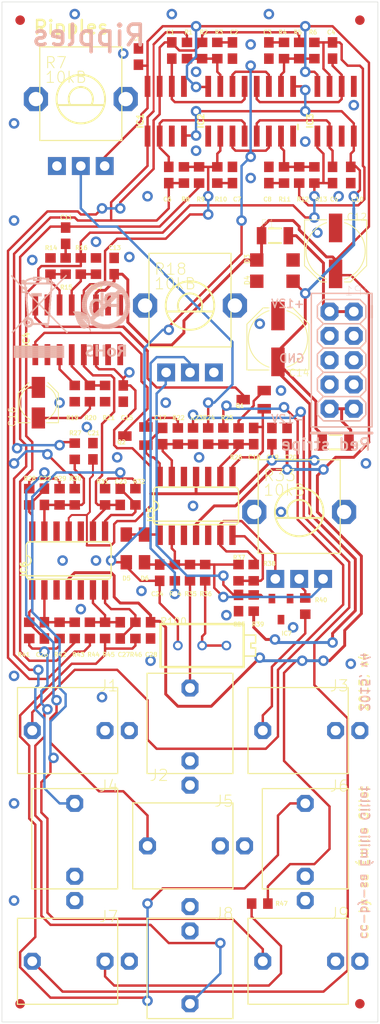
<source format=kicad_pcb>
(kicad_pcb (version 20211014) (generator pcbnew)
  (layers (0 "F.Cu" signal) (31 "B.Cu" signal) (34 "B.Paste" user) (35 "F.Paste" user) (36 "B.SilkS" user "B.Silkscreen") (37 "F.SilkS" user "F.Silkscreen") (38 "B.Mask" user) (39 "F.Mask" user) (44 "Edge.Cuts" user))
  (net 0 "")
  (net 1 "GND")
  (net 2 "VEE")
  (net 3 "VCC")
  (net 4 "F_CV")
  (net 5 "N$2")
  (net 6 "LP1")
  (net 7 "N$8")
  (net 8 "IN")
  (net 9 "N$3")
  (net 10 "N$9")
  (net 11 "LP2")
  (net 12 "N$11")
  (net 13 "N$12")
  (net 14 "N$13")
  (net 15 "LP3")
  (net 16 "N$15")
  (net 17 "N$16")
  (net 18 "N$17")
  (net 19 "LP4")
  (net 20 "N$19")
  (net 21 "N$7")
  (net 22 "N$14")
  (net 23 "N$18")
  (net 24 "N$10")
  (net 25 "I_RESO")
  (net 26 "N$38")
  (net 27 "CV_F_POT")
  (net 28 "REF_-5")
  (net 29 "CV_VOCT")
  (net 30 "N$1")
  (net 31 "N$22")
  (net 32 "N$23")
  (net 33 "N$21")
  (net 34 "CV_MOD")
  (net 35 "N$26")
  (net 36 "N$27")
  (net 37 "N$28")
  (net 38 "N$24")
  (net 39 "Q_CV")
  (net 40 "N$25")
  (net 41 "N$30")
  (net 42 "N$31")
  (net 43 "VCA_CV")
  (net 44 "I_VCA")
  (net 45 "N$32")
  (net 46 "LP2_OUT")
  (net 47 "N$39")
  (net 48 "N$33")
  (net 49 "N$37")
  (net 50 "LP4_OUT")
  (net 51 "N$40")
  (net 52 "N$41")
  (net 53 "BP2_OUT")
  (net 54 "N$68")
  (net 55 "N$42")
  (net 56 "N$43")
  (net 57 "N$44")
  (net 58 "LP4_VCA_OUT")
  (net 59 "N$4")
  (net 60 "N$5")
  (net 61 "N$6")
  (net 62 "N$20")
  (net 63 "N$29")
  (footprint "ripples_v40:C0603" (layer "F.Cu") (at 152.9561 69.7611 90)
    (fp_text reference "C7")
    (fp_text value "560p")
  )
  (footprint "ripples_v40:R0603" (layer "F.Cu") (at 149.7811 56.7436 90)
    (fp_text reference "R2")
    (fp_text value "33k")
  )
  (footprint "ripples_v40:C0603" (layer "F.Cu") (at 157.0836 97.0661 -90)
    (fp_text reference "C19")
    (fp_text value "100n")
  )
  (footprint "ripples_v40:R0603" (layer "F.Cu") (at 139.6211 103.4161 90)
    (fp_text reference "R31")
    (fp_text value "100k")
  )
  (footprint "ripples_v40:R0603" (layer "F.Cu") (at 151.3686 56.7436 -90)
    (fp_text reference "R3")
    (fp_text value "510")
  )
  (footprint "ripples_v40:SO14" (layer "F.Cu") (at 149.1461 104.3686)
    (fp_text reference "IC5")
    (fp_text value "TL074D")
  )
  (footprint "ripples_v40:C0603" (layer "F.Cu") (at 163.4336 56.7436 90)
    (fp_text reference "C4")
    (fp_text value "220p")
  )
  (footprint "ripples_v40:R0603" (layer "F.Cu") (at 135.4936 79.2861 90)
    (fp_text reference "R15")
    (fp_text value "300k")
  )
  (footprint "ripples_v40:R0603" (layer "F.Cu") (at 158.3536 56.7436 -90)
    (fp_text reference "R4")
    (fp_text value "510")
  )
  (footprint "ripples_v40:C0603" (layer "F.Cu") (at 163.4336 69.7611 -90)
    (fp_text reference "C9")
    (fp_text value "220p")
  )
  (footprint "ripples_v40:R0603" (layer "F.Cu") (at 142.7961 117.3861 -90)
    (fp_text reference "R46")
    (fp_text value "1.0k")
  )
  (footprint "ripples_v40:R0603" (layer "F.Cu") (at 139.6211 117.3861 -90)
    (fp_text reference "R45")
    (fp_text value "100k")
  )
  (footprint "ripples_v40:C0603" (layer "F.Cu") (at 135.4936 76.1111 90)
    (fp_text reference "C11")
    (fp_text value "220n")
  )
  (footprint "ripples_v40:SOIC16N" (layer "F.Cu") (at 154.8611 63.0936)
    (fp_text reference "IC2")
    (fp_text value "V2164")
  )
  (footprint "ripples_v40:C0603" (layer "F.Cu") (at 141.5261 92.6211 90)
    (fp_text reference "C15")
    (fp_text value "100n")
  )
  (footprint "ripples_v40:C0603" (layer "F.Cu") (at 146.6061 56.7436 90)
    (fp_text reference "C1")
    (fp_text value "220p")
  )
  (footprint "ripples_v40:R0603" (layer "F.Cu") (at 136.4461 103.4161 -90)
    (fp_text reference "R30")
    (fp_text value "39k")
  )
  (footprint "ripples_v40:SOT23-BEC" (layer "F.Cu") (at 142.7961 97.0661 90)
    (fp_text reference "Q2")
    (fp_text value "MMBT3906")
  )
  (footprint "ripples_v40:WQP_PJ_301M6" (layer "F.Cu") (at 136.4461 127.8636 90)
    (fp_text reference "J1")
    (fp_text value "PJ301_THONKICONN6" hide)
  )
  (footprint "ripples_v40:SO16" (layer "F.Cu") (at 136.7636 85.9536)
    (fp_text reference "IC4")
    (fp_text value "LM13700M")
  )
  (footprint "ripples_v40:SO08" (layer "F.Cu") (at 163.7511 63.0936)
    (fp_text reference "IC3")
    (fp_text value "TL072D")
  )
  (footprint "ripples_v40:R0603" (layer "F.Cu") (at 155.1786 114.5286 90)
    (fp_text reference "R39")
    (fp_text value "6.8k")
  )
  (footprint "ripples_v40:R0603" (layer "F.Cu") (at 136.4461 98.6536 -90)
    (fp_text reference "R27")
    (fp_text value "39k")
  )
  (footprint "ripples_v40:R0603" (layer "F.Cu") (at 147.2411 97.0661 90)
    (fp_text reference "R22")
    (fp_text value "47k")
  )
  (footprint "ripples_v40:R0603" (layer "F.Cu") (at 149.4636 69.7611 90)
    (fp_text reference "R9")
    (fp_text value "100k")
  )
  (footprint "ripples_v40:R0603" (layer "F.Cu") (at 153.5911 111.3536 90)
    (fp_text reference "R37")
    (fp_text value "100k")
  )
  (footprint "ripples_v40:R0603" (layer "F.Cu") (at 151.3686 69.7611 90)
    (fp_text reference "R10")
    (fp_text value "510")
  )
  (footprint "ripples_v40:DBZ_R-PDSO-G3" (layer "F.Cu") (at 158.0361 115.1636 180)
    (fp_text reference "IC7")
    (fp_text value "LM4040 5.0V")
  )
  (footprint "ripples_v40:R0603" (layer "F.Cu") (at 148.8286 97.0661 -90)
    (fp_text reference "R23")
    (fp_text value "27k")
  )
  (footprint "ripples_v40:SO14" (layer "F.Cu") (at 135.8111 110.0836)
    (fp_text reference "IC6")
    (fp_text value "TL074D")
  )
  (footprint "ripples_v40:C0603" (layer "F.Cu") (at 145.3361 111.3536 90)
    (fp_text reference "C24")
    (fp_text value "560p")
  )
  (footprint "ripples_v40:WQP_PJ_301M6" (layer "F.Cu") (at 136.4461 151.9936 90)
    (fp_text reference "J7")
    (fp_text value "PJ301_THONKICONN6" hide)
  )
  (footprint "ripples_v40:C0603" (layer "F.Cu") (at 145.6536 97.0661 -90)
    (fp_text reference "C17")
    (fp_text value "560p")
  )
  (footprint "ripples_v40:SOD323-W" (layer "F.Cu") (at 143.7486 108.8136 -90)
    (fp_text reference "D6")
    (fp_text value "1N4148")
  )
  (footprint "ripples_v40:PANASONIC_B" (layer "F.Cu") (at 132.6361 93.5736 90)
    (fp_text reference "C16")
    (fp_text value "4.7u")
  )
  (footprint "ripples_v40:R0603" (layer "F.Cu") (at 138.0336 117.3861 90)
    (fp_text reference "R44")
    (fp_text value "39k")
  )
  (footprint "ripples_v40:C0603" (layer "F.Cu") (at 155.1786 97.0661 -90)
    (fp_text reference "C18")
    (fp_text value "560p")
  )
  (footprint "ripples_v40:FIDUCIAL-1X2" (layer "F.Cu") (at 130.7311 156.4386 90)
    (fp_text reference "F3" hide)
    (fp_text value "FIDUCIAL1X2" hide)
  )
  (footprint "ripples_v40:C0603" (layer "F.Cu") (at 141.2086 103.4161 90)
    (fp_text reference "C23")
    (fp_text value "47p")
  )
  (footprint "ripples_v40:ALPS_POT_VERTICAL_PS" (layer "F.Cu") (at 159.9411 105.0036 180)
    (fp_text reference "R33")
    (fp_text value "10kB")
  )
  (footprint "ripples_v40:R0603" (layer "F.Cu") (at 133.9061 79.2861 -90)
    (fp_text reference "R14")
    (fp_text value "1.0k")
  )
  (footprint "ripples_v40:R0603" (layer "F.Cu") (at 158.3536 69.7611 90)
    (fp_text reference "R11")
    (fp_text value "510")
  )
  (footprint "ripples_v40:R0603" (layer "F.Cu") (at 138.6686 79.2861 90)
    (fp_text reference "R17")
    (fp_text value "1.0k")
  )
  (footprint "ripples_v40:R0603" (layer "F.Cu") (at 136.4461 92.6211 90)
    (fp_text reference "R19")
    (fp_text value "1.0k")
  )
  (footprint "ripples_v40:C0603" (layer "F.Cu") (at 133.2711 117.3861 -90)
    (fp_text reference "C26")
    (fp_text value "47p")
  )
  (footprint "ripples_v40:SOD123" (layer "F.Cu") (at 157.4011 78.651)
    (fp_text reference "D3")
    (fp_text value "1N5819HW")
  )
  (footprint "ripples_v40:R0603" (layer "F.Cu") (at 159.9411 56.7436 -90)
    (fp_text reference "R5")
    (fp_text value "33k")
  )
  (footprint "ripples_v40:R0603" (layer "F.Cu") (at 131.6836 103.4161 90)
    (fp_text reference "R28")
    (fp_text value "1.0k")
  )
  (footprint "ripples_v40:R0603" (layer "F.Cu") (at 137.0811 79.2861 90)
    (fp_text reference "R16")
    (fp_text value "22k")
  )
  (footprint "ripples_v40:R0603" (layer "F.Cu") (at 150.4161 97.0661 -90)
    (fp_text reference "R24")
    (fp_text value "62k")
  )
  (footprint "ripples_v40:PTC-1206" (layer "F.Cu") (at 157.4011 76.111)
    (fp_text reference "P1")
    (fp_text value "PTCSMD" hide)
  )
  (footprint "ripples_v40:ALPS_POT_VERTICAL_PS" (layer "F.Cu") (at 148.5111 83.4136 180)
    (fp_text reference "R18")
    (fp_text value "10kB")
  )
  (footprint "ripples_v40:C0603" (layer "F.Cu") (at 133.2711 103.4161 90)
    (fp_text reference "C22")
    (fp_text value "47p")
  )
  (footprint "ripples_v40:R0603" (layer "F.Cu") (at 161.5286 69.7611 -90)
    (fp_text reference "R13")
    (fp_text value "33k")
  )
  (footprint "ripples_v40:R0603" (layer "F.Cu") (at 155.8136 145.9611)
    (fp_text reference "R47")
    (fp_text value "15k")
  )
  (footprint "ripples_v40:C0603" (layer "F.Cu") (at 153.5911 114.5286 -90)
    (fp_text reference "C25")
    (fp_text value "220n")
  )
  (footprint "ripples_v40:R0603" (layer "F.Cu") (at 159.9411 69.7611 90)
    (fp_text reference "R12")
    (fp_text value "33k")
  )
  (footprint "ripples_v40:R0603" (layer "F.Cu") (at 134.8586 117.3861 -90)
    (fp_text reference "R42")
    (fp_text value "100k")
  )
  (footprint "ripples_v40:R0603" (layer "F.Cu") (at 142.7961 103.4161 90)
    (fp_text reference "R32")
    (fp_text value "1.0k")
  )
  (footprint "ripples_v40:R0603" (layer "F.Cu") (at 150.0986 111.3536 -90)
    (fp_text reference "R36")
    (fp_text value "15k")
  )
  (footprint "ripples_v40:C0603" (layer "F.Cu") (at 158.6711 97.0661 90)
    (fp_text reference "C20")
    (fp_text value "100n")
  )
  (footprint "ripples_v40:ALPS_POT_VERTICAL_PS" (layer "F.Cu") (at 137.0811 61.8236 180)
    (fp_text reference "R7")
    (fp_text value "10kB")
  )
  (footprint "ripples_v40:C0603" (layer "F.Cu") (at 165.3386 69.7611 90)
    (fp_text reference "C10")
    (fp_text value "100n")
  )
  (footprint "ripples_v40:R0603" (layer "F.Cu") (at 148.1936 56.7436 -90)
    (fp_text reference "R1")
    (fp_text value "33k")
  )
  (footprint "ripples_v40:R0603" (layer "F.Cu") (at 136.4461 117.3861 90)
    (fp_text reference "R43")
    (fp_text value "33k")
  )
  (footprint "ripples_v40:WQP_PJ_301M6" (layer "F.Cu") (at 148.5111 139.9286 90)
    (fp_text reference "J5")
    (fp_text value "PJ301_THONKICONN6" hide)
  )
  (footprint "ripples_v40:R0603" (layer "F.Cu") (at 148.5111 111.3536 90)
    (fp_text reference "R35")
    (fp_text value "100k")
  )
  (footprint "ripples_v40:PANASONIC_D" (layer "F.Cu") (at 163.7511 77.6986 -90)
    (fp_text reference "C12")
    (fp_text value "47u")
  )
  (footprint "ripples_v40:C0603" (layer "F.Cu") (at 140.5736 79.2861 90)
    (fp_text reference "C13")
    (fp_text value "100n")
  )
  (footprint "ripples_v40:WQP_PJ_301M6" (layer "F.Cu") (at 136.4461 139.9286)
    (fp_text reference "J4")
    (fp_text value "PJ301_THONKICONN6" hide)
  )
  (footprint "ripples_v40:R0603" (layer "F.Cu") (at 134.8586 103.4161 90)
    (fp_text reference "R29")
    (fp_text value "100k")
  )
  (footprint "ripples_v40:R0603" (layer "F.Cu") (at 161.5286 56.7436 90)
    (fp_text reference "R6")
    (fp_text value "33k")
  )
  (footprint "ripples_v40:R0603" (layer "F.Cu") (at 152.0036 97.0661 -90)
    (fp_text reference "R25")
    (fp_text value "22k")
  )
  (footprint "ripples_v40:C0603" (layer "F.Cu") (at 152.9561 56.7436 -90)
    (fp_text reference "C2")
    (fp_text value "560p")
  )
  (footprint "ripples_v40:SOD123" (layer "F.Cu") (at 157.401 80.8736)
    (fp_text reference "D4")
    (fp_text value "1N5819HW" hide)
  )
  (footprint "ripples_v40:SO08" (layer "F.Cu") (at 145.9711 63.0936)
    (fp_text reference "IC1")
    (fp_text value "TL072D")
  )
  (footprint "ripples_v40:R0603" (layer "F.Cu") (at 138.0336 92.6211 90)
    (fp_text reference "R20")
    (fp_text value "100k")
  )
  (footprint "ripples_v40:R0603" (layer "F.Cu") (at 153.5911 97.0661 90)
    (fp_text reference "R26")
    (fp_text value "47k")
  )
  (footprint "ripples_v40:FIDUCIAL-1X2" (layer "F.Cu") (at 166.2911 53.5686 90)
    (fp_text reference "F2" hide)
    (fp_text value "FIDUCIAL1X2" hide)
  )
  (footprint "ripples_v40:R0603" (layer "F.Cu") (at 139.6211 92.6211 90)
    (fp_text reference "R21")
    (fp_text value "1.0k")
  )
  (footprint "ripples_v40:WQP_PJ_301M6" (layer "F.Cu") (at 160.5761 139.9286)
    (fp_text reference "J6")
    (fp_text value "PJ301_THONKICONN6" hide)
  )
  (footprint "ripples_v40:RTRIM3296X" (layer "F.Cu") (at 149.7811 118.9736 -90)
    (fp_text reference "R100")
    (fp_text value "5k")
  )
  (footprint "ripples_v40:R0603" (layer "F.Cu") (at 155.1786 111.3536 -90)
    (fp_text reference "R38")
    (fp_text value "100k")
  )
  (footprint "ripples_v40:C0603" (layer "F.Cu") (at 144.3836 117.3861 -90)
    (fp_text reference "C28")
    (fp_text value "100n")
  )
  (footprint "ripples_v40:C0603" (layer "F.Cu") (at 141.2086 117.3861 -90)
    (fp_text reference "C27")
    (fp_text value "47p")
  )
  (footprint "ripples_v40:WQP_PJ_301M6" (layer "F.Cu") (at 160.5761 151.9936 90)
    (fp_text reference "J9")
    (fp_text value "PJ301_THONKICONN6" hide)
  )
  (footprint "ripples_v40:C0603" (layer "F.Cu") (at 143.1136 57.3786 90)
    (fp_text reference "C5")
    (fp_text value "100n")
  )
  (footprint "ripples_v40:WQP_PJ_301M6" (layer "F.Cu") (at 148.5111 127.8636)
    (fp_text reference "J2")
    (fp_text value "PJ301_THONKICONN6" hide)
  )
  (footprint "ripples_v40:R0603" (layer "F.Cu") (at 131.6836 117.3861 -90)
    (fp_text reference "R41")
    (fp_text value "1.0k")
  )
  (footprint "ripples_v40:R0603" (layer "F.Cu") (at 160.5761 114.8461 90)
    (fp_text reference "R40")
    (fp_text value "100k")
  )
  (footprint "ripples_v40:C0603" (layer "F.Cu") (at 156.7661 69.7611 90)
    (fp_text reference "C8")
    (fp_text value "560p")
  )
  (footprint "ripples_v40:C0603" (layer "F.Cu") (at 156.7661 56.7436 -90)
    (fp_text reference "C3")
    (fp_text value "560p")
  )
  (footprint "ripples_v40:PANASONIC_D" (layer "F.Cu") (at 157.7186 86.9061 90)
    (fp_text reference "C14")
    (fp_text value "47u")
  )
  (footprint "ripples_v40:SOT23-BEC" (layer "F.Cu") (at 155.1786 93.2561 90)
    (fp_text reference "Q1")
    (fp_text value "MMBT3906")
  )
  (footprint "ripples_v40:FIDUCIAL-1X2" (layer "F.Cu") (at 166.2911 156.4386 90)
    (fp_text reference "F4" hide)
    (fp_text value "FIDUCIAL1X2" hide)
  )
  (footprint "ripples_v40:C0603" (layer "F.Cu") (at 146.2886 69.7611 -90)
    (fp_text reference "C6")
    (fp_text value "220p")
  )
  (footprint "ripples_v40:WQP_PJ_301M6" (layer "F.Cu") (at 160.5761 127.8636 90)
    (fp_text reference "J3")
    (fp_text value "PJ301_THONKICONN6" hide)
  )
  (footprint "ripples_v40:R0603" (layer "F.Cu") (at 146.9236 111.3536 90)
    (fp_text reference "R34")
    (fp_text value "47k")
  )
  (footprint "ripples_v40:C0603" (layer "F.Cu") (at 138.3511 98.6536 -90)
    (fp_text reference "C21")
    (fp_text value "100n")
  )
  (footprint "ripples_v40:R0603" (layer "F.Cu") (at 147.8761 69.7611 -90)
    (fp_text reference "R8")
    (fp_text value "33k")
  )
  (footprint "ripples_v40:FIDUCIAL-1X2" (layer "F.Cu") (at 130.7311 53.5686 90)
    (fp_text reference "F1" hide)
    (fp_text value "FIDUCIAL1X2" hide)
  )
  (footprint "ripples_v40:WQP_PJ_301M6" (layer "F.Cu") (at 148.5111 151.9936 180)
    (fp_text reference "J8")
    (fp_text value "PJ301_THONKICONN6" hide)
  )
  (footprint "ripples_v40:SOD323-W" (layer "F.Cu") (at 141.8436 108.8136 90)
    (fp_text reference "D5")
    (fp_text value "1N4148" hide)
  )
  (footprint "ripples_v40:PTC-1206" (layer "F.Cu") (at 163.7511 97.7011)
    (fp_text reference "P2")
    (fp_text value "PTCSMD" hide)
  )
  (footprint "ripples_v40:ROHS" (layer "B.Cu") (at 143.1136 89.4461 180)
    (fp_text reference "U$2" hide)
    (fp_text value "" hide)
  )
  (footprint "ripples_v40:AVR_ICSP" (layer "B.Cu") (at 164.3861 89.1286 180)
    (fp_text reference "JP1")
    (fp_text value "M05X2PTH" hide)
  )
  (gr_line (start 161.2111 82.1436) (end 161.2111 96.1136) (layer "B.SilkS") (width 0.1524))
  (gr_line (start 161.2111 96.1136) (end 167.5611 96.1136) (layer "B.SilkS") (width 0.1524))
  (gr_line (start 167.5611 96.1136) (end 167.5611 82.1436) (layer "B.SilkS") (width 0.1524))
  (gr_line (start 167.5611 96.7486) (end 161.2111 96.7486) (layer "B.SilkS") (width 0.3048))
  (gr_line (start 161.2111 82.1436) (end 167.5611 82.1436) (layer "B.SilkS") (width 0.1524))
  (gr_line (start 168.1761 51.6636) (end 128.8261 51.6636) (layer "Edge.Cuts") (width 0.05))
  (gr_line (start 128.8261 51.6636) (end 128.8261 158.3436) (layer "Edge.Cuts") (width 0.05))
  (gr_line (start 168.1761 158.3436) (end 168.1761 51.6636) (layer "Edge.Cuts") (width 0.05))
  (gr_line (start 128.8261 158.3436) (end 168.1761 158.3436) (layer "Edge.Cuts") (width 0.05))
  (gr_text "Ripples" (at 144.0661 56.4261) (layer "B.SilkS") (effects (font (size 2.159 2.159) (thickness 0.381)) (justify left bottom mirror)))
  (gr_text "Red stripe" (at 167.5611 98.6536) (layer "B.SilkS") (effects (font (size 1.20904 1.20904) (thickness 0.21336)) (justify left bottom mirror)))
  (gr_text "cc-by-sa Émilie Gillet" (at 166.2911 149.7711 -90) (layer "B.SilkS") (effects (font (size 0.90678 0.90678) (thickness 0.16002)) (justify left bottom mirror)))
  (gr_text "2015, v4" (at 166.2911 125.9586 -90) (layer "B.SilkS") (effects (font (size 0.90678 0.90678) (thickness 0.16002)) (justify left bottom mirror)))
  (gr_text "-12V" (at 160.5761 95.7961) (layer "B.SilkS") (effects (font (size 0.8636 0.8636) (thickness 0.1524)) (justify left bottom mirror)))
  (gr_text "GND" (at 160.5761 89.4461) (layer "B.SilkS") (effects (font (size 0.8636 0.8636) (thickness 0.1524)) (justify left bottom mirror)))
  (gr_text "+12V" (at 160.5761 83.7311) (layer "B.SilkS") (effects (font (size 0.8636 0.8636) (thickness 0.1524)) (justify left bottom mirror)))
  (gr_text "cc-by-sa Émilie Gillet" (at 167.2436 149.7711 90) (layer "F.SilkS") (effects (font (size 0.90678 0.90678) (thickness 0.16002)) (justify left bottom)))
  (gr_text "Ripples" (at 132.0011 55.1561) (layer "F.SilkS") (effects (font (size 1.42494 1.42494) (thickness 0.25146)) (justify left bottom)))
  (gr_text "2015, v4" (at 167.2436 125.9586 90) (layer "F.SilkS") (effects (font (size 0.90678 0.90678) (thickness 0.16002)) (justify left bottom)))
  (via (at 165.6561 62.4586) (size 1.108) (drill 0.6) (layers "F.Cu" "B.Cu") (net 1))
  (via (at 145.9711 93.5736) (size 1.108) (drill 0.6) (layers "F.Cu" "B.Cu") (net 1))
  (via (at 149.1461 58.9661) (size 1.108) (drill 0.6) (layers "F.Cu" "B.Cu") (net 1))
  (via (at 166.9261 99.9236) (size 1.108) (drill 0.6) (layers "F.Cu" "B.Cu") (net 1))
  (via (at 159.3061 117.0686) (size 1.108) (drill 0.6) (layers "F.Cu" "B.Cu") (net 1))
  (via (at 161.8461 75.7936) (size 1.108) (drill 0.6) (layers "F.Cu" "B.Cu") (net 1))
  (via (at 155.8136 85.3186) (size 1.108) (drill 0.6) (layers "F.Cu" "B.Cu") (net 1))
  (via (at 139.3036 124.3711) (size 1.108) (drill 0.6) (layers "F.Cu" "B.Cu") (net 1))
  (via (at 134.8586 93.5736) (size 1.108) (drill 0.6) (layers "F.Cu" "B.Cu") (net 1))
  (via (at 164.0686 71.9836) (size 1.108) (drill 0.6) (layers "F.Cu" "B.Cu") (net 1))
  (via (at 143.4311 113.2586) (size 1.108) (drill 0.6) (layers "F.Cu" "B.Cu") (net 1))
  (via (at 165.3386 120.8786) (size 1.108) (drill 0.6) (layers "F.Cu" "B.Cu") (net 1))
  (via (at 130.0961 74.5236) (size 1.108) (drill 0.6) (layers "F.Cu" "B.Cu") (net 1))
  (via (at 158.0361 105.0036) (size 1.108) (drill 0.6) (layers "F.Cu" "B.Cu") (net 1))
  (via (at 140.8911 99.2886) (size 1.108) (drill 0.6) (layers "F.Cu" "B.Cu") (net 1))
  (via (at 154.8611 70.0786) (size 1.108) (drill 0.6) (layers "F.Cu" "B.Cu") (net 1))
  (via (at 130.0961 64.3636) (size 1.108) (drill 0.6) (layers "F.Cu" "B.Cu") (net 1))
  (via (at 137.7161 96.1136) (size 1.108) (drill 0.6) (layers "F.Cu" "B.Cu") (net 1))
  (via (at 160.5761 66.2686) (size 1.108) (drill 0.6) (layers "F.Cu" "B.Cu") (net 1))
  (via (at 156.7661 52.9336) (size 1.108) (drill 0.6) (layers "F.Cu" "B.Cu") (net 1))
  (via (at 146.6061 52.9336) (size 1.108) (drill 0.6) (layers "F.Cu" "B.Cu") (net 1))
  (via (at 136.4461 52.9336) (size 1.108) (drill 0.6) (layers "F.Cu" "B.Cu") (net 1))
  (via (at 141.5261 57.0611) (size 1.108) (drill 0.6) (layers "F.Cu" "B.Cu") (net 1))
  (via (at 152.3211 115.7986) (size 1.108) (drill 0.6) (layers "F.Cu" "B.Cu") (net 1))
  (via (at 144.0661 71.9836) (size 1.108) (drill 0.6) (layers "F.Cu" "B.Cu") (net 1))
  (via (at 138.6686 110.0836) (size 1.108) (drill 0.6) (layers "F.Cu" "B.Cu") (net 1))
  (via (at 144.3836 120.5611) (size 1.108) (drill 0.6) (layers "F.Cu" "B.Cu") (net 1))
  (via (at 137.0811 115.1636) (size 1.108) (drill 0.6) (layers "F.Cu" "B.Cu") (net 1))
  (via (at 130.0961 145.6436) (size 1.108) (drill 0.6) (layers "F.Cu" "B.Cu") (net 1))
  (via (at 154.8611 56.1086) (size 1.108) (drill 0.6) (layers "F.Cu" "B.Cu") (net 1))
  (via (at 138.6686 76.7461) (size 1.108) (drill 0.6) (layers "F.Cu" "B.Cu") (net 1))
  (via (at 135.1761 110.0836) (size 1.108) (drill 0.6) (layers "F.Cu" "B.Cu") (net 1))
  (via (at 130.0961 122.1486) (size 1.108) (drill 0.6) (layers "F.Cu" "B.Cu") (net 1))
  (via (at 130.0961 135.4836) (size 1.108) (drill 0.6) (layers "F.Cu" "B.Cu") (net 1))
  (via (at 149.1461 67.2211) (size 1.108) (drill 0.6) (layers "F.Cu" "B.Cu") (net 1))
  (via (at 132.0011 78.6511) (size 1.108) (drill 0.6) (layers "F.Cu" "B.Cu") (net 1))
  (via (at 158.0361 92.3036) (size 1.108) (drill 0.6) (layers "F.Cu" "B.Cu") (net 1))
  (via (at 148.8286 104.3686) (size 1.108) (drill 0.6) (layers "F.Cu" "B.Cu") (net 1))
  (via (at 149.4636 99.2886) (size 1.108) (drill 0.6) (layers "F.Cu" "B.Cu") (net 1))
  (via (at 142.1611 78.3336) (size 1.108) (drill 0.6) (layers "F.Cu" "B.Cu") (net 1))
  (segment (start 165.8148 115.3224) (end 163.4336 117.7036) (width 0.3048) (layer "F.Cu") (net 2))
  (segment (start 140.8911 98.3361) (end 140.5736 98.0186) (width 0.254) (layer "F.Cu") (net 2))
  (segment (start 140.5736 90.0811) (end 138.9861 90.0811) (width 0.254) (layer "F.Cu") (net 2))
  (segment (start 160.5761 82.1436) (end 160.571 82.1436) (width 0.254) (layer "F.Cu") (net 2))
  (segment (start 141.5261 91.0336) (end 140.5736 90.0811) (width 0.254) (layer "F.Cu") (net 2))
  (segment (start 136.1286 105.3211) (end 137.7161 105.3211) (width 0.2032) (layer "F.Cu") (net 2))
  (segment (start 160.5761 85.3186) (end 160.5761 82.1436) (width 0.3048) (layer "F.Cu") (net 2))
  (segment (start 156.4486 118.3386) (end 155.1786 117.0686) (width 0.3048) (layer "F.Cu") (net 2))
  (segment (start 144.3836 103.0986) (end 149.1461 103.0986) (width 0.3048) (layer "F.Cu") (net 2))
  (segment (start 161.0523 99.6061) (end 161.0523 93.7323) (width 0.3048) (layer "F.Cu") (net 2))
  (segment (start 135.8111 107.0102) (end 135.8111 105.6386) (width 0.2032) (layer "F.Cu") (net 2))
  (segment (start 144.3836 104.3686) (end 144.3836 103.0986) (width 0.254) (layer "F.Cu") (net 2))
  (segment (start 157.7186 89.4461) (end 161.6873 93.4148) (width 0.3048) (layer "F.Cu") (net 2))
  (segment (start 157.4011 118.3386) (end 156.4486 118.3386) (width 0.3048) (layer "F.Cu") (net 2))
  (segment (start 166.2911 71.3487) (end 166.2911 69.2848) (width 0.254) (layer "F.Cu") (net 2))
  (segment (start 138.6686 89.7636) (end 138.6686 88.5536) (width 0.254) (layer "F.Cu") (net 2))
  (segment (start 141.5261 91.7711) (end 141.5261 91.0336) (width 0.254) (layer "F.Cu") (net 2))
  (segment (start 140.8911 105.9561) (end 142.7961 105.9561) (width 0.254) (layer "F.Cu") (net 2))
  (segment (start 142.7961 105.9561) (end 144.3836 104.3686) (width 0.254) (layer "F.Cu") (net 2))
  (segment (start 165.8149 68.8086) (end 165.4411 68.8086) (width 0.254) (layer "F.Cu") (net 2))
  (segment (start 165.3386 67.5386) (end 165.6561 67.2211) (width 0.254) (layer "F.Cu") (net 2))
  (segment (start 144.3836 100.2411) (end 142.4786 98.3361) (width 0.254) (layer "F.Cu") (net 2))
  (segment (start 141.5261 91.0336) (end 142.1611 90.3986) (width 0.254) (layer "F.Cu") (net 2))
  (segment (start 137.7161 105.3211) (end 138.0336 105.0036) (width 0.2032) (layer "F.Cu") (net 2))
  (segment (start 157.7186 89.4461) (end 157.7186 89.3061) (width 0.3048) (layer "F.Cu") (net 2))
  (segment (start 161.6873 93.4148) (end 161.6873 96.2723) (width 0.3048) (layer "F.Cu") (net 2))
  (segment (start 160.5761 63.0936) (end 149.1461 63.0936) (width 0.254) (layer "F.Cu") (net 2))
  (segment (start 157.7186 89.3061) (end 158.2136 89.3061) (width 0.3048) (layer "F.Cu") (net 2))
  (segment (start 161.6873 96.2723) (end 162.3511 96.9361) (width 0.3048) (layer "F.Cu") (net 2))
  (segment (start 147.9361 65.6336) (end 147.8761 65.6936) (width 0.254) (layer "F.Cu") (net 2))
  (segment (start 164.3861 63.0936) (end 160.5761 63.0936) (width 0.254) (layer "F.Cu") (net 2))
  (segment (start 135.8111 105.6386) (end 136.1286 105.3211) (width 0.2032) (layer "F.Cu") (net 2))
  (segment (start 138.0336 105.0036) (end 138.0336 101.5111) (width 0.2032) (layer "F.Cu") (net 2))
  (segment (start 161.0524 105.1623) (end 165.8148 109.9248) (width 0.3048) (layer "F.Cu") (net 2))
  (segment (start 165.3386 68.9111) (end 165.3386 67.5386) (width 0.254) (layer "F.Cu") (net 2))
  (segment (start 158.0361 87.8586) (end 160.5761 85.3186) (width 0.3048) (layer "F.Cu") (net 2))
  (segment (start 140.5736 108.1786) (end 140.5736 106.2736) (width 0.254) (layer "F.Cu") (net 2))
  (segment (start 157.7186 90.3986) (end 157.7186 89.4461) (width 0.3048) (layer "F.Cu") (net 2))
  (segment (start 140.5736 96.4311) (end 142.7961 94.2086) (width 0.254) (layer "F.Cu") (net 2))
  (segment (start 161.5286 99.6061) (end 161.0523 99.6061) (width 0.3048) (layer "F.Cu") (net 2))
  (segment (start 163.4336 117.7036) (end 163.4336 118.6561) (width 0.3048) (layer "F.Cu") (net 2))
  (segment (start 155.1786 117.0686) (end 155.1786 115.3786) (width 0.3048) (layer "F.Cu") (net 2))
  (segment (start 144.3836 103.0986) (end 144.3836 100.2411) (width 0.254) (layer "F.Cu") (net 2))
  (segment (start 157.0836 99.6061) (end 157.0836 97.9161) (width 0.3048) (layer "F.Cu") (net 2))
  (segment (start 161.0523 99.6061) (end 161.0524 105.1623) (width 0.3048) (layer "F.Cu") (net 2))
  (segment (start 160.571 82.1436) (end 159.301 80.8736) (width 0.254) (layer "F.Cu") (net 2))
  (segment (start 165.6561 71.9836) (end 166.2911 71.3487) (width 0.254) (layer "F.Cu") (net 2))
  (segment (start 140.5736 98.0186) (end 140.5736 96.4311) (width 0.254) (layer "F.Cu") (net 2))
  (segment (start 161.0523 93.7323) (end 157.7186 90.3986) (width 0.3048) (layer "F.Cu") (net 2))
  (segment (start 149.1461 103.0986) (end 149.1461 101.2952) (width 0.3048) (layer "F.Cu") (net 2))
  (segment (start 158.0361 88.9886) (end 158.0361 87.8586) (width 0.3048) (layer "F.Cu") (net 2))
  (segment (start 166.2911 69.2848) (end 165.8149 68.8086) (width 0.254) (layer "F.Cu") (net 2))
  (segment (start 137.7161 105.3211) (end 137.7161 108.4961) (width 0.2032) (layer "F.Cu") (net 2))
  (segment (start 149.1461 65.6336) (end 147.9361 65.6336) (width 0.254) (layer "F.Cu") (net 2))
  (segment (start 140.2561 108.4961) (end 140.5736 108.1786) (width 0.254) (layer "F.Cu") (net 2))
  (segment (start 142.7961 94.2086) (end 142.7961 92.3036) (width 0.254) (layer "F.Cu") (net 2))
  (segment (start 138.3511 101.1936) (end 138.3511 99.5036) (width 0.2032) (layer "F.Cu") (net 2))
  (segment (start 157.7186 89.3061) (end 158.0361 88.9886) (width 0.254) (layer "F.Cu") (net 2))
  (segment (start 153.5911 103.0986) (end 157.0836 99.6061) (width 0.3048) (layer "F.Cu") (net 2))
  (segment (start 138.0336 101.5111) (end 138.3511 101.1936) (width 0.2032) (layer "F.Cu") (net 2))
  (segment (start 165.6561 67.2211) (end 165.6561 65.6936) (width 0.254) (layer "F.Cu") (net 2))
  (segment (start 142.2636 91.7711) (end 141.5261 91.7711) (width 0.254) (layer "F.Cu") (net 2))
  (segment (start 165.6561 64.3636) (end 164.3861 63.0936) (width 0.254) (layer "F.Cu") (net 2))
  (segment (start 160.1986 60.4936) (end 159.3061 60.4936) (width 0.254) (layer "F.Cu") (net 2))
  (segment (start 165.8148 109.9248) (end 165.8148 115.3224) (width 0.3048) (layer "F.Cu") (net 2))
  (segment (start 138.9861 90.0811) (end 138.6686 89.7636) (width 0.254) (layer "F.Cu") (net 2))
  (segment (start 137.7161 108.4961) (end 140.2561 108.4961) (width 0.254) (layer "F.Cu") (net 2))
  (segment (start 140.5736 106.2736) (end 140.8911 105.9561) (width 0.254) (layer "F.Cu") (net 2))
  (segment (start 142.7961 92.3036) (end 142.2636 91.7711) (width 0.254) (layer "F.Cu") (net 2))
  (segment (start 160.5761 60.8711) (end 160.1986 60.4936) (width 0.254) (layer "F.Cu") (net 2))
  (segment (start 165.4411 68.8086) (end 165.3386 68.9111) (width 0.254) (layer "F.Cu") (net 2))
  (segment (start 165.6561 65.6936) (end 165.6561 64.3636) (width 0.254) (layer "F.Cu") (net 2))
  (segment (start 162.3511 96.9361) (end 162.3511 97.7011) (width 0.3048) (layer "F.Cu") (net 2))
  (segment (start 142.4786 98.3361) (end 140.8911 98.3361) (width 0.254) (layer "F.Cu") (net 2))
  (segment (start 149.1461 103.0986) (end 153.5911 103.0986) (width 0.3048) (layer "F.Cu") (net 2))
  (via (at 142.1611 90.3986) (size 1.108) (drill 0.6) (layers "F.Cu" "B.Cu") (net 2))
  (via (at 161.5286 99.6061) (size 1.108) (drill 0.6) (layers "F.Cu" "B.Cu") (net 2))
  (via (at 163.4336 118.6561) (size 1.108) (drill 0.6) (layers "F.Cu" "B.Cu") (net 2))
  (via (at 160.5761 82.1436) (size 1.108) (drill 0.6) (layers "F.Cu" "B.Cu") (net 2))
  (via (at 149.1461 65.6336) (size 1.108) (drill 0.6) (layers "F.Cu" "B.Cu") (net 2))
  (via (at 149.1461 63.0936) (size 1.108) (drill 0.6) (layers "F.Cu" "B.Cu") (net 2))
  (via (at 165.6561 71.9836) (size 1.108) (drill 0.6) (layers "F.Cu" "B.Cu") (net 2))
  (via (at 157.4011 118.3386) (size 1.108) (drill 0.6) (layers "F.Cu" "B.Cu") (net 2))
  (via (at 160.5761 60.8711) (size 1.108) (drill 0.6) (layers "F.Cu" "B.Cu") (net 2))
  (via (at 160.5761 63.0936) (size 1.108) (drill 0.6) (layers "F.Cu" "B.Cu") (net 2))
  (via (at 157.0836 99.6061) (size 1.108) (drill 0.6) (layers "F.Cu" "B.Cu") (net 2))
  (segment (start 157.7186 118.6561) (end 157.4011 118.3386) (width 0.3048) (layer "B.Cu") (net 2))
  (segment (start 149.1461 63.0936) (end 149.1461 65.6336) (width 0.254) (layer "B.Cu") (net 2))
  (segment (start 163.4336 118.6561) (end 157.7186 118.6561) (width 0.3048) (layer "B.Cu") (net 2))
  (segment (start 165.6561 77.0636) (end 165.6561 73.2536) (width 0.3048) (layer "B.Cu") (net 2))
  (segment (start 165.6561 73.2536) (end 165.6561 71.9836) (width 0.254) (layer "B.Cu") (net 2))
  (segment (start 157.0836 99.6061) (end 161.5286 99.6061) (width 0.3048) (layer "B.Cu") (net 2))
  (segment (start 160.5761 63.0936) (end 160.5761 60.8711) (width 0.254) (layer "B.Cu") (net 2))
  (segment (start 160.5761 82.1436) (end 165.6561 77.0636) (width 0.3048) (layer "B.Cu") (net 2))
  (segment (start 159.3061 74.5236) (end 156.7661 74.5236) (width 0.3048) (layer "F.Cu") (net 3))
  (segment (start 158.6711 97.9161) (end 158.6711 98.6536) (width 0.3048) (layer "F.Cu") (net 3))
  (segment (start 141.2086 114.5286) (end 140.5736 113.8936) (width 0.3048) (layer "F.Cu") (net 3))
  (segment (start 144.0661 62.7761) (end 143.4311 63.4111) (width 0.254) (layer "F.Cu") (net 3))
  (segment (start 159.6236 120.5611) (end 160.2586 120.5611) (width 0.254) (layer "F.Cu") (net 3))
  (segment (start 162.7986 78.3336) (end 159.9411 75.4761) (width 0.3048) (layer "F.Cu") (net 3))
  (segment (start 161.8461 101.1936) (end 162.4811 100.5586) (width 0.3048) (layer "F.Cu") (net 3))
  (segment (start 145.3361 116.4336) (end 144.4861 116.4336) (width 0.3048) (layer "F.Cu") (net 3))
  (segment (start 140.5736 80.8736) (end 139.6211 81.8261) (width 0.3048) (layer "F.Cu") (net 3))
  (segment (start 139.5811 67.8961) (end 139.5811 68.8236) (width 0.254) (layer "F.Cu") (net 3))
  (segment (start 162.4811 100.5586) (end 163.7511 99.2886) (width 0.3048) (layer "F.Cu") (net 3))
  (segment (start 160.5761 58.9661) (end 161.5286 58.9661) (width 0.254) (layer "F.Cu") (net 3))
  (segment (start 163.7511 78.6511) (end 167.2436 75.1586) (width 0.254) (layer "F.Cu") (net 3))
  (segment (start 163.4336 78.3336) (end 162.7986 78.3336) (width 0.3048) (layer "F.Cu") (net 3))
  (segment (start 142.0023 85.1599) (end 142.0023 80.7149) (width 0.3048) (layer "F.Cu") (net 3))
  (segment (start 145.6536 54.2036) (end 144.0661 55.7911) (width 0.254) (layer "F.Cu") (net 3))
  (segment (start 159.9411 75.4761) (end 159.9411 75.1586) (width 0.3048) (layer "F.Cu") (net 3))
  (segment (start 167.2436 58.0136) (end 163.4336 54.2036) (width 0.254) (layer "F.Cu") (net 3))
  (segment (start 164.7036 117.3861) (end 166.4499 115.6399) (width 0.3048) (layer "F.Cu") (net 3))
  (segment (start 144.3836 116.5361) (end 144.3836 115.7986) (width 0.3048) (layer "F.Cu") (net 3))
  (segment (start 149.1461 106.2736) (end 149.1461 107.442) (width 0.3048) (layer "F.Cu") (net 3))
  (segment (start 140.2561 111.3536) (end 136.4461 111.3536) (width 0.3048) (layer "F.Cu") (net 3))
  (segment (start 163.7511 80.0986) (end 163.7511 78.6511) (width 0.3048) (layer "F.Cu") (net 3))
  (segment (start 144.0661 60.4936) (end 144.0661 62.7761) (width 0.254) (layer "F.Cu") (net 3))
  (segment (start 147.2411 125.3236) (end 145.9711 124.0536) (width 0.3048) (layer "F.Cu") (net 3))
  (segment (start 145.9711 117.0686) (end 145.3361 116.4336) (width 0.3048) (layer "F.Cu") (net 3))
  (segment (start 163.7511 78.6511) (end 163.4336 78.3336) (width 0.3048) (layer "F.Cu") (net 3))
  (segment (start 158.6711 100.5586) (end 157.0836 100.5586) (width 0.3048) (layer "F.Cu") (net 3))
  (segment (start 156.6636 145.9611) (end 156.6636 144.1586) (width 0.254) (layer "F.Cu") (net 3))
  (segment (start 151.0511 104.3686) (end 149.1461 106.2736) (width 0.3048) (layer "F.Cu") (net 3))
  (segment (start 139.6211 81.8261) (end 138.9861 81.8261) (width 0.3048) (layer "F.Cu") (net 3))
  (segment (start 158.3536 131.0386) (end 158.3536 121.8311) (width 0.254) (layer "F.Cu") (net 3))
  (segment (start 144.0661 55.7911) (end 144.0661 58.3311) (width 0.254) (layer "F.Cu") (net 3))
  (segment (start 163.8911 80.2386) (end 163.7511 80.0986) (width 0.3048) (layer "F.Cu") (net 3))
  (segment (start 155.5011 78.651) (end 154.2262 78.651) (width 0.3048) (layer "F.Cu") (net 3))
  (segment (start 158.3536 121.8311) (end 159.6236 120.5611) (width 0.254) (layer "F.Cu") (net 3))
  (segment (start 157.0836 100.5586) (end 153.2736 104.3686) (width 0.3048) (layer "F.Cu") (net 3))
  (segment (start 161.5286 58.9661) (end 161.8461 59.2836) (width 0.254) (layer "F.Cu") (net 3))
  (segment (start 150.7336 125.3236) (end 147.2411 125.3236) (width 0.3048) (layer "F.Cu") (net 3))
  (segment (start 156.0011 76.111) (end 155.8136 76.2985) (width 0.3048) (layer "F.Cu") (net 3))
  (segment (start 136.4461 111.3536) (end 135.8111 111.9886) (width 0.3048) (layer "F.Cu") (net 3))
  (segment (start 165.6561 99.2886) (end 167.2436 97.7011) (width 0.3048) (layer "F.Cu") (net 3))
  (segment (start 138.6686 82.1436) (end 138.6686 83.3536) (width 0.3048) (layer "F.Cu") (net 3))
  (segment (start 149.1461 54.2036) (end 145.6536 54.2036) (width 0.254) (layer "F.Cu") (net 3))
  (segment (start 156.0011 75.2886) (end 156.0011 76.111) (width 0.3048) (layer "F.Cu") (net 3))
  (segment (start 165.3386 80.2386) (end 163.8911 80.2386) (width 0.254) (layer "F.Cu") (net 3))
  (segment (start 155.8136 120.2436) (end 150.7336 125.3236) (width 0.3048) (layer "F.Cu") (net 3))
  (segment (start 156.7661 74.5236) (end 156.0011 75.2886) (width 0.3048) (layer "F.Cu") (net 3))
  (segment (start 167.2436 75.1586) (end 167.2436 58.0136) (width 0.254) (layer "F.Cu") (net 3))
  (segment (start 144.3835 87.5411) (end 142.0023 85.1599) (width 0.3048) (layer "F.Cu") (net 3))
  (segment (start 166.4499 109.6074) (end 161.8461 105.0036) (width 0.3048) (layer "F.Cu") (net 3))
  (segment (start 167.2436 82.1436) (end 165.3386 80.2386) (width 0.254) (layer "F.Cu") (net 3))
  (segment (start 147.8761 85.0011) (end 147.8761 86.2711) (width 0.3048) (layer "F.Cu") (net 3))
  (segment (start 154.2262 78.651) (end 147.8761 85.0011) (width 0.3048) (layer "F.Cu") (net 3))
  (segment (start 147.8761 86.2711) (end 146.6061 87.5411) (width 0.3048) (layer "F.Cu") (net 3))
  (segment (start 163.7511 99.2886) (end 165.6561 99.2886) (width 0.3048) (layer "F.Cu") (net 3))
  (segment (start 142.0023 80.7149) (end 141.4236 80.1361) (width 0.3048) (layer "F.Cu") (net 3))
  (segment (start 158.9886 141.8336) (end 161.5286 141.8336) (width 0.254) (layer "F.Cu") (net 3))
  (segment (start 160.5761 54.2036) (end 149.1461 54.2036) (width 0.254) (layer "F.Cu") (net 3))
  (segment (start 144.0661 58.3311) (end 143.2161 58.3311) (width 0.254) (layer "F.Cu") (net 3))
  (segment (start 138.9861 81.8261) (end 138.6686 82.1436) (width 0.3048) (layer "F.Cu") (net 3))
  (segment (start 161.8461 59.2836) (end 161.8461 60.4936) (width 0.254) (layer "F.Cu") (net 3))
  (segment (start 144.3836 115.7986) (end 143.1136 114.5286) (width 0.3048) (layer "F.Cu") (net 3))
  (segment (start 145.9711 124.0536) (end 145.9711 117.0686) (width 0.3048) (layer "F.Cu") (net 3))
  (segment (start 140.5736 111.6711) (end 140.2561 111.3536) (width 0.3048) (layer "F.Cu") (net 3))
  (segment (start 143.2161 58.3311) (end 143.1136 58.2286) (width 0.3048) (layer "F.Cu") (net 3))
  (segment (start 144.4861 116.4336) (end 144.3836 116.5361) (width 0.3048) (layer "F.Cu") (net 3))
  (segment (start 156.6636 144.1586) (end 158.9886 141.8336) (width 0.254) (layer "F.Cu") (net 3))
  (segment (start 150.3561 60.5536) (end 150.4161 60.4936) (width 0.3048) (layer "F.Cu") (net 3))
  (segment (start 167.2436 97.7011) (end 167.2436 82.1436) (width 0.254) (layer "F.Cu") (net 3))
  (segment (start 153.2736 104.3686) (end 151.0511 104.3686) (width 0.3048) (layer "F.Cu") (net 3))
  (segment (start 163.1161 135.8011) (end 158.3536 131.0386) (width 0.254) (layer "F.Cu") (net 3))
  (segment (start 144.0661 58.3311) (end 144.0661 60.4936) (width 0.254) (layer "F.Cu") (net 3))
  (segment (start 166.4499 115.6399) (end 166.4499 109.6074) (width 0.3048) (layer "F.Cu") (net 3))
  (segment (start 163.4336 54.2036) (end 160.5761 54.2036) (width 0.254) (layer "F.Cu") (net 3))
  (segment (start 156.0011 78.151) (end 155.5011 78.651) (width 0.3048) (layer "F.Cu") (net 3))
  (segment (start 149.1461 60.5536) (end 150.3561 60.5536) (width 0.254) (layer "F.Cu") (net 3))
  (segment (start 155.5011 78.651) (end 155.5011 78.6461) (width 0.3048) (layer "F.Cu") (net 3))
  (segment (start 161.8461 105.0036) (end 161.8461 101.1936) (width 0.3048) (layer "F.Cu") (net 3))
  (segment (start 163.1161 140.2461) (end 163.1161 135.8011) (width 0.254) (layer "F.Cu") (net 3))
  (segment (start 143.4311 63.4111) (end 143.4311 64.0461) (width 0.254) (layer "F.Cu") (net 3))
  (segment (start 143.4311 64.0461) (end 139.5811 67.8961) (width 0.254) (layer "F.Cu") (net 3))
  (segment (start 146.6061 87.5411) (end 144.3835 87.5411) (width 0.3048) (layer "F.Cu") (net 3))
  (segment (start 143.1136 114.5286) (end 141.2086 114.5286) (width 0.3048) (layer "F.Cu") (net 3))
  (segment (start 141.4236 80.1361) (end 140.5736 80.1361) (width 0.3048) (layer "F.Cu") (net 3))
  (segment (start 140.5736 80.1361) (end 140.5736 80.8736) (width 0.3048) (layer "F.Cu") (net 3))
  (segment (start 162.4811 120.5611) (end 163.1161 120.5611) (width 0.3048) (layer "F.Cu") (net 3))
  (segment (start 163.1161 120.5611) (end 164.7036 118.9736) (width 0.3048) (layer "F.Cu") (net 3))
  (segment (start 140.5736 113.8936) (end 140.5736 111.6711) (width 0.3048) (layer "F.Cu") (net 3))
  (segment (start 156.0011 76.111) (end 156.0011 78.151) (width 0.3048) (layer "F.Cu") (net 3))
  (segment (start 158.6711 100.5586) (end 158.6711 97.9161) (width 0.3048) (layer "F.Cu") (net 3))
  (segment (start 140.5736 80.1361) (end 140.6761 80.2386) (width 0.254) (layer "F.Cu") (net 3))
  (segment (start 164.7036 118.9736) (end 164.7036 117.3861) (width 0.3048) (layer "F.Cu") (net 3))
  (segment (start 159.9411 75.1586) (end 159.3061 74.5236) (width 0.3048) (layer "F.Cu") (net 3))
  (segment (start 161.5286 141.8336) (end 163.1161 140.2461) (width 0.254) (layer "F.Cu") (net 3))
  (segment (start 135.8111 111.9886) (end 135.8111 113.157) (width 0.3048) (layer "F.Cu") (net 3))
  (via (at 160.2586 120.5611) (size 1.108) (drill 0.6) (layers "F.Cu" "B.Cu") (net 3))
  (via (at 160.5761 58.9661) (size 1.108) (drill 0.6) (layers "F.Cu" "B.Cu") (net 3))
  (via (at 162.4811 120.5611) (size 1.108) (drill 0.6) (layers "F.Cu" "B.Cu") (net 3))
  (via (at 149.1461 54.2036) (size 1.108) (drill 0.6) (layers "F.Cu" "B.Cu") (net 3))
  (via (at 158.6711 100.5586) (size 1.108) (drill 0.6) (layers "F.Cu" "B.Cu") (net 3))
  (via (at 160.5761 54.2036) (size 1.108) (drill 0.6) (layers "F.Cu" "B.Cu") (net 3))
  (via (at 162.4811 100.5586) (size 1.108) (drill 0.6) (layers "F.Cu" "B.Cu") (net 3))
  (via (at 155.8136 120.2436) (size 1.108) (drill 0.6) (layers "F.Cu" "B.Cu") (net 3))
  (via (at 149.1461 60.5536) (size 1.108) (drill 0.6) (layers "F.Cu" "B.Cu") (net 3))
  (segment (start 160.5761 54.2036) (end 160.5761 58.9661) (width 0.254) (layer "B.Cu") (net 3))
  (segment (start 160.2586 120.5611) (end 162.4811 120.5611) (width 0.3048) (layer "B.Cu") (net 3))
  (segment (start 160.2586 120.5611) (end 156.1311 120.5611) (width 0.3048) (layer "B.Cu") (net 3))
  (segment (start 162.4811 100.5586) (end 158.6711 100.5586) (width 0.3048) (layer "B.Cu") (net 3))
  (segment (start 148.1936 58.3311) (end 148.1936 59.6011) (width 0.254) (layer "B.Cu") (net 3))
  (segment (start 156.1311 120.5611) (end 155.8136 120.2436) (width 0.3048) (layer "B.Cu") (net 3))
  (segment (start 148.1936 59.6011) (end 149.1461 60.5536) (width 0.254) (layer "B.Cu") (net 3))
  (segment (start 149.1461 54.2036) (end 149.1461 57.3786) (width 0.254) (layer "B.Cu") (net 3))
  (segment (start 149.1461 57.3786) (end 148.1936 58.3311) (width 0.254) (layer "B.Cu") (net 3))
  (segment (start 153.2736 67.2211) (end 152.9561 66.9036) (width 0.254) (layer "F.Cu") (net 4))
  (segment (start 154.8611 67.2211) (end 156.4486 67.2211) (width 0.254) (layer "F.Cu") (net 4))
  (segment (start 140.4361 110.2636) (end 140.2561 110.0836) (width 0.254) (layer "F.Cu") (net 4))
  (segment (start 146.2886 85.6361) (end 153.9086 78.0161) (width 0.254) (layer "F.Cu") (net 4))
  (segment (start 156.4486 58.9661) (end 156.7661 59.2836) (width 0.254) (layer "F.Cu") (net 4))
  (segment (start 154.8611 58.3311) (end 154.8611 58.9661) (width 0.254) (layer "F.Cu") (net 4))
  (segment (start 145.3361 112.2036) (end 143.3286 112.2036) (width 0.254) (layer "F.Cu") (net 4))
  (segment (start 152.9561 59.2836) (end 152.9561 60.4936) (width 0.254) (layer "F.Cu") (net 4))
  (segment (start 153.2736 58.9661) (end 152.9561 59.2836) (width 0.254) (layer "F.Cu") (net 4))
  (segment (start 152.9561 66.9036) (end 152.9561 65.6936) (width 0.254) (layer "F.Cu") (net 4))
  (segment (start 153.9086 78.0161) (end 153.9086 74.5236) (width 0.254) (layer "F.Cu") (net 4))
  (segment (start 147.2411 116.4336) (end 145.3361 114.5286) (width 0.254) (layer "F.Cu") (net 4))
  (segment (start 141.8436 110.7186) (end 141.8436 110.2636) (width 0.254) (layer "F.Cu") (net 4))
  (segment (start 143.3286 112.2036) (end 141.8436 110.7186) (width 0.254) (layer "F.Cu") (net 4))
  (segment (start 156.4486 67.2211) (end 156.7661 66.9036) (width 0.254) (layer "F.Cu") (net 4))
  (segment (start 156.7661 59.2836) (end 156.7661 60.4936) (width 0.254) (layer "F.Cu") (net 4))
  (segment (start 154.8611 58.9661) (end 156.4486 58.9661) (width 0.254) (layer "F.Cu") (net 4))
  (segment (start 154.8611 67.8561) (end 154.8611 67.2211) (width 0.254) (layer "F.Cu") (net 4))
  (segment (start 147.2411 118.9736) (end 147.2411 116.4336) (width 0.254) (layer "F.Cu") (net 4))
  (segment (start 145.3361 114.5286) (end 145.3361 112.2036) (width 0.254) (layer "F.Cu") (net 4))
  (segment (start 146.2886 85.9536) (end 146.2886 85.6361) (width 0.254) (layer "F.Cu") (net 4))
  (segment (start 141.8436 110.2636) (end 140.4361 110.2636) (width 0.254) (layer "F.Cu") (net 4))
  (segment (start 156.7661 66.9036) (end 156.7661 65.6936) (width 0.254) (layer "F.Cu") (net 4))
  (segment (start 154.8611 58.9661) (end 153.2736 58.9661) (width 0.254) (layer "F.Cu") (net 4))
  (segment (start 154.8611 67.2211) (end 153.2736 67.2211) (width 0.254) (layer "F.Cu") (net 4))
  (via (at 140.2561 110.0836) (size 1.108) (drill 0.6) (layers "F.Cu" "B.Cu") (net 4))
  (via (at 154.8611 58.3311) (size 1.108) (drill 0.6) (layers "F.Cu" "B.Cu") (net 4))
  (via (at 153.9086 74.5236) (size 1.108) (drill 0.6) (layers "F.Cu" "B.Cu") (net 4))
  (via (at 154.8611 67.8561) (size 1.108) (drill 0.6) (layers "F.Cu" "B.Cu") (net 4))
  (via (at 146.2886 85.9536) (size 1.108) (drill 0.6) (layers "F.Cu" "B.Cu") (net 4))
  (segment (start 143.7486 87.8586) (end 145.6536 85.9536) (width 0.254) (layer "B.Cu") (net 4))
  (segment (start 143.7486 106.5911) (end 143.7486 87.8586) (width 0.254) (layer "B.Cu") (net 4))
  (segment (start 153.9086 74.5236) (end 153.9086 68.8086) (width 0.254) (layer "B.Cu") (net 4))
  (segment (start 140.2561 110.0836) (end 143.7486 106.5911) (width 0.254) (layer "B.Cu") (net 4))
  (segment (start 145.6536 85.9536) (end 146.2886 85.9536) (width 0.254) (layer "B.Cu") (net 4))
  (segment (start 154.8611 67.8561) (end 154.8611 58.3311) (width 0.254) (layer "B.Cu") (net 4))
  (segment (start 153.9086 68.8086) (end 154.8611 67.8561) (width 0.254) (layer "B.Cu") (net 4))
  (segment (start 146.2886 68.9111) (end 146.2886 67.8561) (width 0.254) (layer "F.Cu") (net 5))
  (segment (start 145.3361 66.9036) (end 145.3361 65.6936) (width 0.254) (layer "F.Cu") (net 5))
  (segment (start 145.3361 65.6936) (end 145.3361 64.3636) (width 0.254) (layer "F.Cu") (net 5))
  (segment (start 154.2261 64.3636) (end 154.2261 65.6936) (width 0.254) (layer "F.Cu") (net 5))
  (segment (start 146.2886 67.8561) (end 145.3361 66.9036) (width 0.254) (layer "F.Cu") (net 5))
  (segment (start 153.9086 64.0461) (end 154.2261 64.3636) (width 0.254) (layer "F.Cu") (net 5))
  (segment (start 146.2886 68.9111) (end 146.2536 68.9461) (width 0.254) (layer "F.Cu") (net 5))
  (segment (start 145.3361 64.3636) (end 145.6536 64.0461) (width 0.254) (layer "F.Cu") (net 5))
  (segment (start 145.6536 64.0461) (end 153.9086 64.0461) (width 0.254) (layer "F.Cu") (net 5))
  (segment (start 146.2886 73.2536) (end 146.2886 70.6111) (width 0.254) (layer "F.Cu") (net 6))
  (segment (start 140.2561 74.5236) (end 140.2561 72.6186) (width 0.254) (layer "F.Cu") (net 6))
  (segment (start 145.0186 74.5236) (end 146.2886 73.2536) (width 0.254) (layer "F.Cu") (net 6))
  (segment (start 136.3436 97.7011) (end 136.4461 97.8036) (width 0.254) (layer "F.Cu") (net 6))
  (segment (start 140.2561 72.6186) (end 144.0661 68.8086) (width 0.254) (layer "F.Cu") (net 6))
  (segment (start 144.0661 65.6936) (end 144.0661 63.7286) (width 0.254) (layer "F.Cu") (net 6))
  (segment (start 144.0661 63.7286) (end 144.7011 63.0936) (width 0.254) (layer "F.Cu") (net 6))
  (segment (start 133.9061 74.2061) (end 136.4461 74.2061) (width 0.254) (layer "F.Cu") (net 6))
  (segment (start 130.0961 78.0161) (end 133.9061 74.2061) (width 0.254) (layer "F.Cu") (net 6))
  (segment (start 136.4461 74.2061) (end 136.7636 74.5236) (width 0.254) (layer "F.Cu") (net 6))
  (segment (start 130.0961 98.0186) (end 130.0961 78.0161) (width 0.254) (layer "F.Cu") (net 6))
  (segment (start 148.1936 55.1561) (end 148.1936 55.8936) (width 0.254) (layer "F.Cu") (net 6))
  (segment (start 147.8761 54.8386) (end 148.1936 55.1561) (width 0.254) (layer "F.Cu") (net 6))
  (segment (start 140.2561 74.5236) (end 145.0186 74.5236) (width 0.254) (layer "F.Cu") (net 6))
  (segment (start 136.7636 74.5236) (end 140.2561 74.5236) (width 0.254) (layer "F.Cu") (net 6))
  (segment (start 144.0661 68.8086) (end 144.0661 65.6936) (width 0.254) (layer "F.Cu") (net 6))
  (segment (start 130.4136 98.3361) (end 130.0961 98.0186) (width 0.254) (layer "F.Cu") (net 6))
  (segment (start 144.7011 56.1086) (end 145.9711 54.8386) (width 0.254) (layer "F.Cu") (net 6))
  (segment (start 146.2886 70.6111) (end 147.8761 70.6111) (width 0.254) (layer "F.Cu") (net 6))
  (segment (start 144.7011 63.0936) (end 144.7011 56.1086) (width 0.2032) (layer "F.Cu") (net 6))
  (segment (start 145.9711 54.8386) (end 147.8761 54.8386) (width 0.254) (layer "F.Cu") (net 6))
  (segment (start 134.8586 98.0186) (end 135.1761 97.7011) (width 0.254) (layer "F.Cu") (net 6))
  (segment (start 135.1761 97.7011) (end 136.3436 97.7011) (width 0.254) (layer "F.Cu") (net 6))
  (via (at 134.8586 98.0186) (size 1.108) (drill 0.6) (layers "F.Cu" "B.Cu") (net 6))
  (via (at 130.4136 98.3361) (size 1.108) (drill 0.6) (layers "F.Cu" "B.Cu") (net 6))
  (segment (start 130.4136 98.3361) (end 130.7311 98.0186) (width 0.254) (layer "B.Cu") (net 6))
  (segment (start 130.7311 98.0186) (end 134.8586 98.0186) (width 0.254) (layer "B.Cu") (net 6))
  (segment (start 151.3686 70.6111) (end 152.9561 70.6111) (width 0.254) (layer "F.Cu") (net 7))
  (segment (start 131.3661 98.0186) (end 130.7311 97.3836) (width 0.254) (layer "F.Cu") (net 8))
  (segment (start 130.0961 119.9261) (end 130.0961 101.5111) (width 0.254) (layer "F.Cu") (net 8))
  (segment (start 149.4636 71.0311) (end 149.4636 70.6111) (width 0.254) (layer "F.Cu") (net 8))
  (segment (start 130.7311 78.3336) (end 133.9061 75.1586) (width 0.254) (layer "F.Cu") (net 8))
  (segment (start 131.3661 100.2411) (end 131.3661 98.0186) (width 0.254) (layer "F.Cu") (net 8))
  (segment (start 135.4936 75.1586) (end 145.3361 75.1586) (width 0.254) (layer "F.Cu") (net 8))
  (segment (start 133.9061 75.1586) (end 135.4936 75.1586) (width 0.254) (layer "F.Cu") (net 8))
  (segment (start 145.3361 75.1586) (end 149.4636 71.0311) (width 0.254) (layer "F.Cu") (net 8))
  (segment (start 131.6836 121.5136) (end 130.0961 119.9261) (width 0.254) (layer "F.Cu") (net 8))
  (segment (start 135.4936 75.1586) (end 135.4936 75.2611) (width 0.254) (layer "F.Cu") (net 8))
  (segment (start 130.0961 101.5111) (end 131.3661 100.2411) (width 0.254) (layer "F.Cu") (net 8))
  (segment (start 132.6361 121.5136) (end 131.6836 121.5136) (width 0.254) (layer "F.Cu") (net 8))
  (segment (start 130.7311 97.3836) (end 130.7311 78.3336) (width 0.254) (layer "F.Cu") (net 8))
  (via (at 132.6361 121.5136) (size 1.108) (drill 0.6) (layers "F.Cu" "B.Cu") (net 8))
  (segment (start 133.2711 130.0861) (end 133.2711 126.5936) (width 0.254) (layer "B.Cu") (net 8))
  (segment (start 133.2711 126.5936) (end 132.3186 125.6411) (width 0.254) (layer "B.Cu") (net 8))
  (segment (start 132.6361 123.1011) (end 132.6361 121.5136) (width 0.254) (layer "B.Cu") (net 8))
  (segment (start 132.3186 125.6411) (end 132.3186 123.4186) (width 0.254) (layer "B.Cu") (net 8))
  (segment (start 132.3186 123.4186) (end 132.6361 123.1011) (width 0.254) (layer "B.Cu") (net 8))
  (segment (start 133.2711 133.8961) (end 134.8586 135.4836) (width 0.254) (layer "B.Cu") (net 8))
  (segment (start 134.8586 135.4836) (end 136.4461 135.4836) (width 0.254) (layer "B.Cu") (net 8))
  (segment (start 133.2711 133.8961) (end 133.2711 130.0861) (width 0.254) (layer "B.Cu") (net 8))
  (segment (start 151.6861 59.2836) (end 151.6861 60.4936) (width 0.254) (layer "F.Cu") (net 9))
  (segment (start 149.7811 57.5936) (end 151.3686 57.5936) (width 0.254) (layer "F.Cu") (net 9))
  (segment (start 148.1936 57.5936) (end 149.7811 57.5936) (width 0.254) (layer "F.Cu") (net 9))
  (segment (start 151.3686 58.9661) (end 151.6861 59.2836) (width 0.254) (layer "F.Cu") (net 9))
  (segment (start 151.3686 57.5936) (end 151.3686 58.9661) (width 0.254) (layer "F.Cu") (net 9))
  (segment (start 146.6061 60.4936) (end 146.6061 57.5936) (width 0.254) (layer "F.Cu") (net 10))
  (segment (start 146.6061 61.8236) (end 146.6061 60.4936) (width 0.254) (layer "F.Cu") (net 10))
  (segment (start 154.2261 61.8236) (end 154.2261 60.4936) (width 0.254) (layer "F.Cu") (net 10))
  (segment (start 153.9086 62.1411) (end 154.2261 61.8236) (width 0.254) (layer "F.Cu") (net 10))
  (segment (start 146.9236 62.1411) (end 146.6061 61.8236) (width 0.254) (layer "F.Cu") (net 10))
  (segment (start 146.9236 62.1411) (end 153.9086 62.1411) (width 0.254) (layer "F.Cu") (net 10))
  (segment (start 136.4461 101.5111) (end 136.4461 102.5661) (width 0.254) (layer "F.Cu") (net 11))
  (segment (start 138.0336 118.9736) (end 138.0336 118.2361) (width 0.254) (layer "F.Cu") (net 11))
  (segment (start 144.7011 69.1261) (end 144.7011 64.0461) (width 0.254) (layer "F.Cu") (net 11))
  (segment (start 145.3361 56.4261) (end 145.8686 55.8936) (width 0.254) (layer "F.Cu") (net 11))
  (segment (start 147.3999 56.7436) (end 148.9874 56.7436) (width 0.254) (layer "F.Cu") (net 11))
  (segment (start 137.0811 73.8886) (end 138.6686 73.8886) (width 0.254) (layer "F.Cu") (net 11))
  (segment (start 135.4936 100.8761) (end 135.8111 100.8761) (width 0.254) (layer "F.Cu") (net 11))
  (segment (start 150.0986 54.8386) (end 159.6236 54.8386) (width 0.254) (layer "F.Cu") (net 11))
  (segment (start 145.8686 55.8936) (end 146.6061 55.8936) (width 0.254) (layer "F.Cu") (net 11))
  (segment (start 146.6061 55.9498) (end 147.3999 56.7436) (width 0.254) (layer "F.Cu") (net 11))
  (segment (start 133.5886 73.5711) (end 136.7636 73.5711) (width 0.254) (layer "F.Cu") (net 11))
  (segment (start 145.3361 63.4111) (end 145.3361 60.4936) (width 0.254) (layer "F.Cu") (net 11))
  (segment (start 159.9411 55.1561) (end 159.9411 55.8936) (width 0.254) (layer "F.Cu") (net 11))
  (segment (start 129.4611 77.6986) (end 133.5886 73.5711) (width 0.254) (layer "F.Cu") (net 11))
  (segment (start 149.7811 55.8936) (end 149.7811 55.1561) (width 0.254) (layer "F.Cu") (net 11))
  (segment (start 131.6836 122.4661) (end 129.4611 120.2436) (width 0.254) (layer "F.Cu") (net 11))
  (segment (start 159.6236 54.8386) (end 159.9411 55.1561) (width 0.254) (layer "F.Cu") (net 11))
  (segment (start 136.4461 119.6086) (end 137.3986 119.6086) (width 0.254) (layer "F.Cu") (net 11))
  (segment (start 135.8111 100.8761) (end 136.4461 101.5111) (width 0.254) (layer "F.Cu") (net 11))
  (segment (start 144.7011 64.0461) (end 145.3361 63.4111) (width 0.254) (layer "F.Cu") (net 11))
  (segment (start 141.2086 72.6186) (end 144.7011 69.1261) (width 0.254) (layer "F.Cu") (net 11))
  (segment (start 138.6686 73.8886) (end 139.3036 73.2536) (width 0.254) (layer "F.Cu") (net 11))
  (segment (start 146.6061 55.8936) (end 146.6061 55.9498) (width 0.254) (layer "F.Cu") (net 11))
  (segment (start 148.9874 56.7436) (end 149.7811 55.9499) (width 0.254) (layer "F.Cu") (net 11))
  (segment (start 133.5886 122.4661) (end 136.4461 119.6086) (width 0.254) (layer "F.Cu") (net 11))
  (segment (start 136.7636 73.5711) (end 137.0811 73.8886) (width 0.254) (layer "F.Cu") (net 11))
  (segment (start 133.5886 98.9711) (end 135.4936 100.8761) (width 0.254) (layer "F.Cu") (net 11))
  (segment (start 129.4611 99.9236) (end 129.4611 77.6986) (width 0.254) (layer "F.Cu") (net 11))
  (segment (start 129.4611 120.2436) (end 129.4611 99.9236) (width 0.254) (layer "F.Cu") (net 11))
  (segment (start 141.2086 73.2536) (end 141.2086 72.6186) (width 0.254) (layer "F.Cu") (net 11))
  (segment (start 145.3361 60.4936) (end 145.3361 56.4261) (width 0.254) (layer "F.Cu") (net 11))
  (segment (start 149.7811 55.1561) (end 150.0986 54.8386) (width 0.254) (layer "F.Cu") (net 11))
  (segment (start 133.5886 122.4661) (end 131.6836 122.4661) (width 0.254) (layer "F.Cu") (net 11))
  (segment (start 137.3986 119.6086) (end 138.0336 118.9736) (width 0.254) (layer "F.Cu") (net 11))
  (segment (start 149.7811 55.9499) (end 149.7811 55.8936) (width 0.254) (layer "F.Cu") (net 11))
  (segment (start 129.4611 99.9236) (end 130.0961 99.9236) (width 0.254) (layer "F.Cu") (net 11))
  (via (at 139.3036 73.2536) (size 1.108) (drill 0.6) (layers "F.Cu" "B.Cu") (net 11))
  (via (at 133.5886 98.9711) (size 1.108) (drill 0.6) (layers "F.Cu" "B.Cu") (net 11))
  (via (at 141.2086 73.2536) (size 1.108) (drill 0.6) (layers "F.Cu" "B.Cu") (net 11))
  (via (at 130.0961 99.9236) (size 1.108) (drill 0.6) (layers "F.Cu" "B.Cu") (net 11))
  (segment (start 133.2711 98.6536) (end 133.5886 98.9711) (width 0.254) (layer "B.Cu") (net 11))
  (segment (start 130.0961 99.9236) (end 131.3661 98.6536) (width 0.254) (layer "B.Cu") (net 11))
  (segment (start 131.3661 98.6536) (end 133.2711 98.6536) (width 0.254) (layer "B.Cu") (net 11))
  (segment (start 139.3036 73.2536) (end 141.2086 73.2536) (width 0.254) (layer "B.Cu") (net 11))
  (segment (start 151.3686 55.8936) (end 152.9561 55.8936) (width 0.254) (layer "F.Cu") (net 12))
  (segment (start 158.0361 59.2836) (end 158.3536 58.9661) (width 0.254) (layer "F.Cu") (net 13))
  (segment (start 158.0361 60.4936) (end 158.0361 59.2836) (width 0.254) (layer "F.Cu") (net 13))
  (segment (start 159.9411 57.5936) (end 161.5286 57.5936) (width 0.254) (layer "F.Cu") (net 13))
  (segment (start 158.3536 57.5936) (end 159.9411 57.5936) (width 0.254) (layer "F.Cu") (net 13))
  (segment (start 158.3536 58.9661) (end 158.3536 57.5936) (width 0.254) (layer "F.Cu") (net 13))
  (segment (start 155.8136 62.1411) (end 155.4961 61.8236) (width 0.254) (layer "F.Cu") (net 14))
  (segment (start 155.4961 61.8236) (end 155.4961 60.4936) (width 0.254) (layer "F.Cu") (net 14))
  (segment (start 164.3861 59.2836) (end 163.4336 58.3311) (width 0.254) (layer "F.Cu") (net 14))
  (segment (start 155.8136 62.1411) (end 164.0686 62.1411) (width 0.254) (layer "F.Cu") (net 14))
  (segment (start 163.4336 58.3311) (end 163.4336 57.5936) (width 0.254) (layer "F.Cu") (net 14))
  (segment (start 164.3861 61.8236) (end 164.3861 60.4936) (width 0.254) (layer "F.Cu") (net 14))
  (segment (start 164.0686 62.1411) (end 164.3861 61.8236) (width 0.254) (layer "F.Cu") (net 14))
  (segment (start 164.3861 60.4936) (end 164.3861 59.2836) (width 0.254) (layer "F.Cu") (net 14))
  (segment (start 166.6086 58.6486) (end 166.2911 58.3311) (width 0.254) (layer "F.Cu") (net 15))
  (segment (start 163.4336 55.8936) (end 162.4811 55.8936) (width 0.254) (layer "F.Cu") (net 15))
  (segment (start 162.4811 55.8936) (end 162.4811 58.6486) (width 0.254) (layer "F.Cu") (net 15))
  (segment (start 164.1711 55.8936) (end 163.4336 55.8936) (width 0.254) (layer "F.Cu") (net 15))
  (segment (start 160.8936 72.9361) (end 166.1324 72.9361) (width 0.254) (layer "F.Cu") (net 15))
  (segment (start 166.2911 58.3311) (end 165.0211 58.3311) (width 0.254) (layer "F.Cu") (net 15))
  (segment (start 166.6086 68.8086) (end 166.6086 58.6486) (width 0.254) (layer "F.Cu") (net 15))
  (segment (start 166.7674 68.9673) (end 166.6087 68.8086) (width 0.254) (layer "F.Cu") (net 15))
  (segment (start 159.9411 71.9836) (end 159.9411 70.6111) (width 0.254) (layer "F.Cu") (net 15))
  (segment (start 162.4811 55.8936) (end 161.5286 55.8936) (width 0.254) (layer "F.Cu") (net 15))
  (segment (start 166.7674 72.3012) (end 166.7674 68.9673) (width 0.254) (layer "F.Cu") (net 15))
  (segment (start 164.3861 56.1086) (end 164.1711 55.8936) (width 0.254) (layer "F.Cu") (net 15))
  (segment (start 165.0211 58.3311) (end 164.3861 57.6961) (width 0.254) (layer "F.Cu") (net 15))
  (segment (start 163.1161 59.2836) (end 163.1161 60.4936) (width 0.254) (layer "F.Cu") (net 15))
  (segment (start 166.1324 72.9361) (end 166.7674 72.3012) (width 0.254) (layer "F.Cu") (net 15))
  (segment (start 160.8936 72.9361) (end 159.9411 71.9836) (width 0.254) (layer "F.Cu") (net 15))
  (segment (start 162.4811 58.6486) (end 163.1161 59.2836) (width 0.254) (layer "F.Cu") (net 15))
  (segment (start 166.6087 68.8086) (end 166.6086 68.8086) (width 0.254) (layer "F.Cu") (net 15))
  (segment (start 164.3861 57.6961) (end 164.3861 56.1086) (width 0.254) (layer "F.Cu") (net 15))
  (segment (start 156.7661 55.8936) (end 158.3536 55.8936) (width 0.254) (layer "F.Cu") (net 16))
  (segment (start 158.3536 67.2211) (end 158.0361 66.9036) (width 0.254) (layer "F.Cu") (net 17))
  (segment (start 159.9411 68.9111) (end 161.5286 68.9111) (width 0.254) (layer "F.Cu") (net 17))
  (segment (start 158.0361 66.9036) (end 158.0361 65.6936) (width 0.254) (layer "F.Cu") (net 17))
  (segment (start 158.3536 68.9111) (end 158.3536 67.2211) (width 0.254) (layer "F.Cu") (net 17))
  (segment (start 158.3536 68.9111) (end 159.9411 68.9111) (width 0.254) (layer "F.Cu") (net 17))
  (segment (start 155.8136 64.0461) (end 162.7986 64.0461) (width 0.254) (layer "F.Cu") (net 18))
  (segment (start 155.4961 64.3636) (end 155.8136 64.0461) (width 0.254) (layer "F.Cu") (net 18))
  (segment (start 163.4336 67.2211) (end 163.4336 68.9111) (width 0.254) (layer "F.Cu") (net 18))
  (segment (start 163.1161 66.9036) (end 163.4336 67.2211) (width 0.254) (layer "F.Cu") (net 18))
  (segment (start 162.7986 64.0461) (end 163.1161 64.3636) (width 0.254) (layer "F.Cu") (net 18))
  (segment (start 163.1161 65.6936) (end 163.1161 66.9036) (width 0.254) (layer "F.Cu") (net 18))
  (segment (start 155.4961 65.6936) (end 155.4961 64.3636) (width 0.254) (layer "F.Cu") (net 18))
  (segment (start 163.1161 64.3636) (end 163.1161 65.6936) (width 0.254) (layer "F.Cu") (net 18))
  (segment (start 131.6836 120.5611) (end 134.5411 120.5611) (width 0.254) (layer "F.Cu") (net 19))
  (segment (start 138.0336 75.7936) (end 145.6536 75.7936) (width 0.254) (layer "F.Cu") (net 19))
  (segment (start 137.0811 78.4361) (end 137.0811 76.7461) (width 0.254) (layer "F.Cu") (net 19))
  (segment (start 132.6361 80.8736) (end 132.6361 79.6036) (width 0.254) (layer "F.Cu") (net 19))
  (segment (start 148.5111 72.9361) (end 159.3061 72.9361) (width 0.254) (layer "F.Cu") (net 19))
  (segment (start 134.5411 120.5611) (end 136.4461 118.6561) (width 0.254) (layer "F.Cu") (net 19))
  (segment (start 161.5286 70.6111) (end 162.4811 70.6111) (width 0.254) (layer "F.Cu") (net 19))
  (segment (start 132.6361 79.6036) (end 132.9536 79.2861) (width 0.254) (layer "F.Cu") (net 19))
  (segment (start 130.7311 119.6086) (end 130.7311 101.8286) (width 0.254) (layer "F.Cu") (net 19))
  (segment (start 145.6536 75.7936) (end 148.5111 72.9361) (width 0.254) (layer "F.Cu") (net 19))
  (segment (start 130.7311 101.8286) (end 132.0011 100.5586) (width 0.254) (layer "F.Cu") (net 19))
  (segment (start 131.3661 82.1436) (end 132.6361 80.8736) (width 0.254) (layer "F.Cu") (net 19))
  (segment (start 161.8461 66.9036) (end 161.8461 65.6936) (width 0.254) (layer "F.Cu") (net 19))
  (segment (start 132.1736 91.9861) (end 132.4911 91.6686) (width 0.254) (layer "F.Cu") (net 19))
  (segment (start 137.0811 79.2861) (end 137.0811 78.4361) (width 0.254) (layer "F.Cu") (net 19))
  (segment (start 159.3061 72.9361) (end 160.5761 74.2061) (width 0.254) (layer "F.Cu") (net 19))
  (segment (start 161.5286 71.9836) (end 161.5286 70.6111) (width 0.254) (layer "F.Cu") (net 19))
  (segment (start 131.3661 97.0661) (end 131.3661 91.9861) (width 0.254) (layer "F.Cu") (net 19))
  (segment (start 162.4811 67.5386) (end 161.8461 66.9036) (width 0.254) (layer "F.Cu") (net 19))
  (segment (start 132.4911 91.6686) (end 132.6361 91.9736) (width 0.254) (layer "F.Cu") (net 19))
  (segment (start 160.5761 74.2061) (end 161.5286 74.2061) (width 0.254) (layer "F.Cu") (net 19))
  (segment (start 132.0011 97.7011) (end 131.3661 97.0661) (width 0.254) (layer "F.Cu") (net 19))
  (segment (start 162.4811 70.6111) (end 163.4336 70.6111) (width 0.254) (layer "F.Cu") (net 19))
  (segment (start 131.3661 91.9861) (end 132.1736 91.9861) (width 0.254) (layer "F.Cu") (net 19))
  (segment (start 132.0011 100.5586) (end 132.0011 97.7011) (width 0.254) (layer "F.Cu") (net 19))
  (segment (start 131.6836 120.5611) (end 130.7311 119.6086) (width 0.254) (layer "F.Cu") (net 19))
  (segment (start 132.9536 79.2861) (end 137.0811 79.2861) (width 0.254) (layer "F.Cu") (net 19))
  (segment (start 137.0811 76.7461) (end 138.0336 75.7936) (width 0.254) (layer "F.Cu") (net 19))
  (segment (start 131.3661 91.9861) (end 131.3661 82.1436) (width 0.254) (layer "F.Cu") (net 19))
  (segment (start 162.4811 70.6111) (end 162.4811 67.5386) (width 0.254) (layer "F.Cu") (net 19))
  (segment (start 136.4461 118.6561) (end 136.4461 118.2361) (width 0.254) (layer "F.Cu") (net 19))
  (via (at 161.5286 71.9836) (size 1.108) (drill 0.6) (layers "F.Cu" "B.Cu") (net 19))
  (via (at 161.5286 74.2061) (size 1.108) (drill 0.6) (layers "F.Cu" "B.Cu") (net 19))
  (segment (start 161.5286 74.2061) (end 161.5286 71.9836) (width 0.254) (layer "B.Cu") (net 19))
  (segment (start 156.7661 70.6111) (end 158.3536 70.6111) (width 0.254) (layer "F.Cu") (net 20))
  (segment (start 135.4936 78.4361) (end 135.4936 76.9611) (width 0.254) (layer "F.Cu") (net 21))
  (segment (start 136.1286 83.3536) (end 136.1286 81.8261) (width 0.254) (layer "F.Cu") (net 22))
  (segment (start 137.0811 80.8736) (end 137.0811 80.1361) (width 0.254) (layer "F.Cu") (net 22))
  (segment (start 137.0811 80.1361) (end 138.6686 80.1361) (width 0.254) (layer "F.Cu") (net 22))
  (segment (start 136.1286 81.8261) (end 137.0811 80.8736) (width 0.254) (layer "F.Cu") (net 22))
  (segment (start 134.8586 81.8261) (end 133.9061 80.8736) (width 0.254) (layer "F.Cu") (net 23))
  (segment (start 134.8586 83.3536) (end 134.8586 81.8261) (width 0.254) (layer "F.Cu") (net 23))
  (segment (start 133.9061 80.1361) (end 135.4936 80.1361) (width 0.254) (layer "F.Cu") (net 23))
  (segment (start 133.9061 80.8736) (end 133.9061 80.1361) (width 0.254) (layer "F.Cu") (net 23))
  (segment (start 145.9711 76.4286) (end 148.5111 73.8886) (width 0.254) (layer "F.Cu") (net 24))
  (segment (start 139.6211 80.8736) (end 139.6211 77.6986) (width 0.254) (layer "F.Cu") (net 24))
  (segment (start 140.8911 76.4286) (end 145.9711 76.4286) (width 0.254) (layer "F.Cu") (net 24))
  (segment (start 150.4161 68.9111) (end 151.3686 68.9111) (width 0.254) (layer "F.Cu") (net 24))
  (segment (start 148.5111 73.8886) (end 150.4161 73.8886) (width 0.254) (layer "F.Cu") (net 24))
  (segment (start 150.4161 68.9111) (end 149.4636 68.9111) (width 0.254) (layer "F.Cu") (net 24))
  (segment (start 149.4636 68.9111) (end 147.8761 68.9111) (width 0.254) (layer "F.Cu") (net 24))
  (segment (start 151.3686 67.5386) (end 151.6861 67.2211) (width 0.254) (layer "F.Cu") (net 24))
  (segment (start 137.3986 81.8261) (end 138.0336 81.1911) (width 0.254) (layer "F.Cu") (net 24))
  (segment (start 139.3036 81.1911) (end 139.6211 80.8736) (width 0.254) (layer "F.Cu") (net 24))
  (segment (start 139.6211 77.6986) (end 140.8911 76.4286) (width 0.254) (layer "F.Cu") (net 24))
  (segment (start 151.3686 68.9111) (end 151.3686 67.5386) (width 0.254) (layer "F.Cu") (net 24))
  (segment (start 138.0336 81.1911) (end 139.3036 81.1911) (width 0.254) (layer "F.Cu") (net 24))
  (segment (start 137.3986 83.3536) (end 137.3986 81.8261) (width 0.254) (layer "F.Cu") (net 24))
  (segment (start 151.6861 67.2211) (end 151.6861 65.6936) (width 0.254) (layer "F.Cu") (net 24))
  (segment (start 150.4161 71.9836) (end 150.4161 68.9111) (width 0.254) (layer "F.Cu") (net 24))
  (via (at 150.4161 71.9836) (size 1.108) (drill 0.6) (layers "F.Cu" "B.Cu") (net 24))
  (via (at 150.4161 73.8886) (size 1.108) (drill 0.6) (layers "F.Cu" "B.Cu") (net 24))
  (segment (start 150.4161 73.8886) (end 150.4161 71.9836) (width 0.254) (layer "B.Cu") (net 24))
  (segment (start 145.0186 91.9861) (end 153.2736 91.9861) (width 0.254) (layer "F.Cu") (net 25))
  (segment (start 133.2711 85.6361) (end 132.3186 84.6836) (width 0.254) (layer "F.Cu") (net 25))
  (segment (start 153.2736 91.9861) (end 154.0786 92.7911) (width 0.254) (layer "F.Cu") (net 25))
  (segment (start 133.2711 85.6361) (end 141.5261 85.6361) (width 0.254) (layer "F.Cu") (net 25))
  (segment (start 141.5261 85.6361) (end 144.0661 88.1761) (width 0.3048) (layer "F.Cu") (net 25))
  (segment (start 144.0661 91.0336) (end 145.0186 91.9861) (width 0.254) (layer "F.Cu") (net 25))
  (segment (start 144.0661 88.1761) (end 144.0661 91.0336) (width 0.254) (layer "F.Cu") (net 25))
  (segment (start 154.0786 92.7911) (end 154.0786 93.2561) (width 0.254) (layer "F.Cu") (net 25))
  (segment (start 132.3186 84.6836) (end 132.3186 83.3536) (width 0.254) (layer "F.Cu") (net 25))
  (segment (start 145.2577 107.3636) (end 145.3361 107.442) (width 0.254) (layer "F.Cu") (net 26))
  (segment (start 141.8436 107.3636) (end 143.7486 107.3636) (width 0.254) (layer "F.Cu") (net 26))
  (segment (start 143.7486 107.3636) (end 145.2577 107.3636) (width 0.254) (layer "F.Cu") (net 26))
  (segment (start 146.9236 113.5761) (end 146.9236 112.2036) (width 0.254) (layer "F.Cu") (net 27))
  (via (at 146.9236 113.5761) (size 1.108) (drill 0.6) (layers "F.Cu" "B.Cu") (net 27))
  (segment (start 144.3836 89.4461) (end 145.0186 88.8111) (width 0.254) (layer "B.Cu") (net 27))
  (segment (start 147.8761 88.8111) (end 148.5111 89.4461) (width 0.254) (layer "B.Cu") (net 27))
  (segment (start 146.9236 113.5761) (end 146.9236 111.3536) (width 0.254) (layer "B.Cu") (net 27))
  (segment (start 144.3836 108.8136) (end 144.3836 89.4461) (width 0.254) (layer "B.Cu") (net 27))
  (segment (start 145.0186 88.8111) (end 147.8761 88.8111) (width 0.254) (layer "B.Cu") (net 27))
  (segment (start 146.9236 111.3536) (end 144.3836 108.8136) (width 0.254) (layer "B.Cu") (net 27))
  (segment (start 148.5111 89.4461) (end 148.5111 90.4136) (width 0.254) (layer "B.Cu") (net 27))
  (segment (start 155.1786 113.6786) (end 155.9161 113.6786) (width 0.254) (layer "F.Cu") (net 28))
  (segment (start 155.9161 113.6786) (end 156.1311 113.8936) (width 0.254) (layer "F.Cu") (net 28))
  (segment (start 156.1311 113.8936) (end 156.9161 113.8936) (width 0.254) (layer "F.Cu") (net 28))
  (segment (start 152.0036 112.6236) (end 153.2736 113.8936) (width 0.254) (layer "F.Cu") (net 28))
  (segment (start 153.8061 113.8936) (end 153.5911 113.6786) (width 0.254) (layer "F.Cu") (net 28))
  (segment (start 156.9161 113.8936) (end 157.0861 114.0636) (width 0.254) (layer "F.Cu") (net 28))
  (segment (start 153.5911 113.6786) (end 155.1786 113.6786) (width 0.3048) (layer "F.Cu") (net 28))
  (segment (start 153.2736 113.8936) (end 153.8061 113.8936) (width 0.254) (layer "F.Cu") (net 28))
  (segment (start 152.0036 111.6711) (end 152.0036 112.6236) (width 0.254) (layer "F.Cu") (net 28))
  (via (at 152.0036 111.6711) (size 1.108) (drill 0.6) (layers "F.Cu" "B.Cu") (net 28))
  (segment (start 145.9711 90.4536) (end 146.0111 90.4136) (width 0.254) (layer "B.Cu") (net 28))
  (segment (start 145.9711 91.6686) (end 145.9711 90.4536) (width 0.254) (layer "B.Cu") (net 28))
  (segment (start 148.1936 111.6711) (end 152.0036 111.6711) (width 0.254) (layer "B.Cu") (net 28))
  (segment (start 148.1936 111.6711) (end 145.0186 108.4961) (width 0.254) (layer "B.Cu") (net 28))
  (segment (start 145.0186 92.6211) (end 145.9711 91.6686) (width 0.254) (layer "B.Cu") (net 28))
  (segment (start 145.0186 108.4961) (end 145.0186 92.6211) (width 0.254) (layer "B.Cu") (net 28))
  (segment (start 148.5111 123.4186) (end 148.5111 112.2036) (width 0.254) (layer "F.Cu") (net 29))
  (segment (start 155.1786 112.2036) (end 155.9161 112.2036) (width 0.254) (layer "F.Cu") (net 30))
  (segment (start 155.9161 112.2036) (end 156.1311 111.9886) (width 0.254) (layer "F.Cu") (net 30))
  (segment (start 153.0577 107.5436) (end 152.9561 107.442) (width 0.254) (layer "F.Cu") (net 30))
  (segment (start 153.5911 112.2036) (end 155.1786 112.2036) (width 0.254) (layer "F.Cu") (net 30))
  (segment (start 156.1311 111.9886) (end 156.1311 109.4486) (width 0.254) (layer "F.Cu") (net 30))
  (segment (start 156.1311 109.4486) (end 154.2261 107.5436) (width 0.254) (layer "F.Cu") (net 30))
  (segment (start 154.2261 107.5436) (end 153.0577 107.5436) (width 0.254) (layer "F.Cu") (net 30))
  (segment (start 152.0036 105.9561) (end 153.9086 105.9561) (width 0.254) (layer "F.Cu") (net 31))
  (segment (start 157.4411 109.4886) (end 157.4411 112.0036) (width 0.254) (layer "F.Cu") (net 31))
  (segment (start 155.1786 110.5036) (end 155.4961 110.0836) (width 0.254) (layer "F.Cu") (net 31))
  (segment (start 155.4961 110.0836) (end 154.5436 109.1311) (width 0.254) (layer "F.Cu") (net 31))
  (segment (start 154.5436 109.1311) (end 152.3211 109.1311) (width 0.254) (layer "F.Cu") (net 31))
  (segment (start 151.6861 107.442) (end 151.6861 106.2736) (width 0.254) (layer "F.Cu") (net 31))
  (segment (start 151.6861 106.2736) (end 152.0036 105.9561) (width 0.254) (layer "F.Cu") (net 31))
  (segment (start 152.3211 109.1311) (end 151.6861 108.4961) (width 0.254) (layer "F.Cu") (net 31))
  (segment (start 153.9086 105.9561) (end 157.4411 109.4886) (width 0.254) (layer "F.Cu") (net 31))
  (segment (start 151.6861 108.4961) (end 151.6861 107.442) (width 0.254) (layer "F.Cu") (net 31))
  (segment (start 151.0511 112.9411) (end 152.0036 113.8936) (width 0.254) (layer "F.Cu") (net 32))
  (segment (start 146.9236 110.5036) (end 146.9236 109.1311) (width 0.254) (layer "F.Cu") (net 32))
  (segment (start 144.3061 110.5036) (end 145.3361 110.5036) (width 0.254) (layer "F.Cu") (net 32))
  (segment (start 146.9236 109.1311) (end 146.6061 108.8136) (width 0.254) (layer "F.Cu") (net 32))
  (segment (start 151.0511 110.5036) (end 153.5911 110.5036) (width 0.254) (layer "F.Cu") (net 32))
  (segment (start 143.7486 110.2636) (end 144.3061 110.5036) (width 0.254) (layer "F.Cu") (net 32))
  (segment (start 145.3361 110.5036) (end 146.9236 110.5036) (width 0.254) (layer "F.Cu") (net 32))
  (segment (start 150.0986 110.5036) (end 151.0511 110.5036) (width 0.254) (layer "F.Cu") (net 32))
  (segment (start 146.6061 108.8136) (end 146.6061 107.442) (width 0.254) (layer "F.Cu") (net 32))
  (segment (start 148.5111 110.5036) (end 150.0986 110.5036) (width 0.254) (layer "F.Cu") (net 32))
  (segment (start 151.0511 110.5036) (end 151.0511 112.9411) (width 0.254) (layer "F.Cu") (net 32))
  (segment (start 146.9236 110.5036) (end 148.5111 110.5036) (width 0.254) (layer "F.Cu") (net 32))
  (via (at 152.0036 113.8936) (size 1.108) (drill 0.6) (layers "F.Cu" "B.Cu") (net 32))
  (segment (start 162.4811 112.0436) (end 162.4411 112.0036) (width 0.254) (layer "B.Cu") (net 32))
  (segment (start 161.2111 113.8936) (end 162.4811 112.6236) (width 0.254) (layer "B.Cu") (net 32))
  (segment (start 162.4811 112.6236) (end 162.4811 112.0436) (width 0.254) (layer "B.Cu") (net 32))
  (segment (start 152.0036 113.8936) (end 161.2111 113.8936) (width 0.254) (layer "B.Cu") (net 32))
  (segment (start 160.5761 113.9961) (end 160.5761 113.2586) (width 0.254) (layer "F.Cu") (net 33))
  (segment (start 159.9411 112.6236) (end 159.9411 112.0036) (width 0.254) (layer "F.Cu") (net 33))
  (segment (start 160.5761 113.2586) (end 159.9411 112.6236) (width 0.254) (layer "F.Cu") (net 33))
  (segment (start 156.1311 127.8636) (end 156.1311 126.2761) (width 0.254) (layer "F.Cu") (net 34))
  (segment (start 156.1311 126.2761) (end 157.0836 125.3236) (width 0.254) (layer "F.Cu") (net 34))
  (segment (start 157.0836 121.1961) (end 160.5761 117.7036) (width 0.254) (layer "F.Cu") (net 34))
  (segment (start 160.5761 117.7036) (end 160.5761 115.6961) (width 0.254) (layer "F.Cu") (net 34))
  (segment (start 157.0836 125.3236) (end 157.0836 121.1961) (width 0.254) (layer "F.Cu") (net 34))
  (segment (start 153.5911 97.9161) (end 155.1786 97.9161) (width 0.254) (layer "F.Cu") (net 35))
  (segment (start 151.6861 100.2411) (end 151.6861 101.2952) (width 0.254) (layer "F.Cu") (net 35))
  (segment (start 153.5911 97.9161) (end 153.5911 98.3361) (width 0.254) (layer "F.Cu") (net 35))
  (segment (start 153.5911 98.3361) (end 151.6861 100.2411) (width 0.254) (layer "F.Cu") (net 35))
  (segment (start 152.0036 97.9161) (end 153.5911 97.9161) (width 0.254) (layer "F.Cu") (net 35))
  (segment (start 150.4161 97.9161) (end 152.0036 97.9161) (width 0.254) (layer "F.Cu") (net 35))
  (segment (start 156.1311 96.1136) (end 156.1311 94.6711) (width 0.254) (layer "F.Cu") (net 36))
  (segment (start 153.9086 99.2886) (end 155.4961 99.2886) (width 0.254) (layer "F.Cu") (net 36))
  (segment (start 155.2811 96.1136) (end 155.1786 96.2161) (width 0.254) (layer "F.Cu") (net 36))
  (segment (start 152.9561 101.2952) (end 152.9561 100.2411) (width 0.254) (layer "F.Cu") (net 36))
  (segment (start 156.1311 96.1136) (end 155.2811 96.1136) (width 0.254) (layer "F.Cu") (net 36))
  (segment (start 152.9561 100.2411) (end 153.9086 99.2886) (width 0.254) (layer "F.Cu") (net 36))
  (segment (start 156.1311 94.6711) (end 156.2786 94.5236) (width 0.254) (layer "F.Cu") (net 36))
  (segment (start 156.2786 94.5236) (end 156.2786 94.2061) (width 0.254) (layer "F.Cu") (net 36))
  (segment (start 155.4961 99.2886) (end 156.1311 98.6536) (width 0.254) (layer "F.Cu") (net 36))
  (segment (start 156.1311 98.6536) (end 156.1311 96.1136) (width 0.254) (layer "F.Cu") (net 36))
  (segment (start 153.5911 96.2161) (end 153.5911 95.4786) (width 0.254) (layer "F.Cu") (net 37))
  (segment (start 155.1786 93.8911) (end 155.1786 93.4061) (width 0.254) (layer "F.Cu") (net 37))
  (segment (start 153.5911 95.4786) (end 155.1786 93.8911) (width 0.254) (layer "F.Cu") (net 37))
  (segment (start 155.1786 93.4061) (end 156.2786 92.3061) (width 0.254) (layer "F.Cu") (net 37))
  (segment (start 150.4161 96.2161) (end 150.4161 93.5736) (width 0.254) (layer "F.Cu") (net 38))
  (via (at 150.4161 93.5736) (size 1.108) (drill 0.6) (layers "F.Cu" "B.Cu") (net 38))
  (segment (start 152.9561 91.6686) (end 152.9561 87.2236) (width 0.254) (layer "B.Cu") (net 38))
  (segment (start 137.0811 73.2536) (end 137.0811 68.8236) (width 0.254) (layer "B.Cu") (net 38))
  (segment (start 138.9861 75.1586) (end 137.0811 73.2536) (width 0.254) (layer "B.Cu") (net 38))
  (segment (start 151.0511 93.5736) (end 152.9561 91.6686) (width 0.254) (layer "B.Cu") (net 38))
  (segment (start 140.8911 75.1586) (end 138.9861 75.1586) (width 0.254) (layer "B.Cu") (net 38))
  (segment (start 150.4161 93.5736) (end 151.0511 93.5736) (width 0.254) (layer "B.Cu") (net 38))
  (segment (start 152.9561 87.2236) (end 140.8911 75.1586) (width 0.254) (layer "B.Cu") (net 38))
  (segment (start 144.0661 124.6886) (end 144.0661 128.8161) (width 0.254) (layer "F.Cu") (net 39))
  (segment (start 157.7186 128.4986) (end 157.7186 121.5137) (width 0.254) (layer "F.Cu") (net 39))
  (segment (start 157.7186 121.5137) (end 164.5449 114.6874) (width 0.254) (layer "F.Cu") (net 39))
  (segment (start 136.4461 121.5136) (end 140.8911 121.5136) (width 0.254) (layer "F.Cu") (net 39))
  (segment (start 159.7823 95.4786) (end 158.3535 94.0498) (width 0.254) (layer "F.Cu") (net 39))
  (segment (start 144.0661 128.8161) (end 145.0186 129.7686) (width 0.254) (layer "F.Cu") (net 39))
  (segment (start 132.0011 125.9586) (end 136.4461 121.5136) (width 0.254) (layer "F.Cu") (net 39))
  (segment (start 164.5449 114.6874) (end 164.5449 110.5599) (width 0.254) (layer "F.Cu") (net 39))
  (segment (start 156.4486 129.7686) (end 157.7186 128.4986) (width 0.254) (layer "F.Cu") (net 39))
  (segment (start 140.8911 121.5136) (end 144.0661 124.6886) (width 0.254) (layer "F.Cu") (net 39))
  (segment (start 164.5449 110.5599) (end 159.7824 105.7973) (width 0.254) (layer "F.Cu") (net 39))
  (segment (start 159.7824 105.7973) (end 159.7823 95.4786) (width 0.254) (layer "F.Cu") (net 39))
  (segment (start 152.3211 93.8911) (end 152.0036 94.2086) (width 0.254) (layer "F.Cu") (net 39))
  (segment (start 152.0036 94.2086) (end 152.0036 96.2161) (width 0.254) (layer "F.Cu") (net 39))
  (segment (start 132.0011 127.8636) (end 132.0011 125.9586) (width 0.254) (layer "F.Cu") (net 39))
  (segment (start 145.0186 129.7686) (end 156.4486 129.7686) (width 0.254) (layer "F.Cu") (net 39))
  (via (at 152.3211 93.8911) (size 1.108) (drill 0.6) (layers "F.Cu" "B.Cu") (net 39))
  (via (at 158.3535 94.0498) (size 1.108) (drill 0.6) (layers "F.Cu" "B.Cu") (net 39))
  (segment (start 158.3535 94.0498) (end 158.1948 94.2086) (width 0.254) (layer "B.Cu") (net 39))
  (segment (start 158.1948 94.2086) (end 152.6386 94.2086) (width 0.254) (layer "B.Cu") (net 39))
  (segment (start 152.6386 94.2086) (end 152.3211 93.8911) (width 0.254) (layer "B.Cu") (net 39))
  (segment (start 145.6536 97.9161) (end 147.2411 97.9161) (width 0.254) (layer "F.Cu") (net 40))
  (segment (start 147.2411 97.9161) (end 148.8286 97.9161) (width 0.254) (layer "F.Cu") (net 40))
  (segment (start 145.6536 98.6536) (end 145.6536 97.9161) (width 0.254) (layer "F.Cu") (net 40))
  (segment (start 146.6061 101.2952) (end 146.6061 99.6061) (width 0.254) (layer "F.Cu") (net 40))
  (segment (start 146.6061 99.6061) (end 145.6536 98.6536) (width 0.254) (layer "F.Cu") (net 40))
  (segment (start 145.3361 99.9236) (end 144.7011 99.2886) (width 0.254) (layer "F.Cu") (net 41))
  (segment (start 145.3361 101.2952) (end 145.3361 99.9236) (width 0.254) (layer "F.Cu") (net 41))
  (segment (start 144.7011 99.2886) (end 144.3836 99.2886) (width 0.254) (layer "F.Cu") (net 41))
  (segment (start 143.8961 98.0161) (end 143.8961 97.9736) (width 0.254) (layer "F.Cu") (net 41))
  (segment (start 143.8961 97.9736) (end 145.6536 96.2161) (width 0.254) (layer "F.Cu") (net 41))
  (segment (start 143.8961 98.8011) (end 143.8961 98.0161) (width 0.254) (layer "F.Cu") (net 41))
  (segment (start 144.3836 99.2886) (end 143.8961 98.8011) (width 0.254) (layer "F.Cu") (net 41))
  (segment (start 143.8961 96.1161) (end 143.8961 95.6486) (width 0.254) (layer "F.Cu") (net 42))
  (segment (start 146.9236 95.1611) (end 147.2411 95.4786) (width 0.254) (layer "F.Cu") (net 42))
  (segment (start 144.3836 95.1611) (end 146.9236 95.1611) (width 0.254) (layer "F.Cu") (net 42))
  (segment (start 143.8961 95.6486) (end 144.3836 95.1611) (width 0.254) (layer "F.Cu") (net 42))
  (segment (start 147.2411 95.4786) (end 147.2411 96.2161) (width 0.254) (layer "F.Cu") (net 42))
  (segment (start 165.0211 152.9461) (end 165.0211 126.5936) (width 0.254) (layer "F.Cu") (net 43))
  (segment (start 160.4174 105.4799) (end 160.4173 94.8436) (width 0.254) (layer "F.Cu") (net 43))
  (segment (start 148.8286 94.8436) (end 148.8286 96.2161) (width 0.254) (layer "F.Cu") (net 43))
  (segment (start 165.0211 126.5936) (end 161.5286 123.1011) (width 0.254) (layer "F.Cu") (net 43))
  (segment (start 161.5286 118.6562) (end 165.1799 115.0049) (width 0.254) (layer "F.Cu") (net 43))
  (segment (start 135.1761 155.1686) (end 162.4811 155.1686) (width 0.254) (layer "F.Cu") (net 43))
  (segment (start 161.5286 123.1011) (end 161.5286 118.6562) (width 0.254) (layer "F.Cu") (net 43))
  (segment (start 165.1799 110.2424) (end 160.4174 105.4799) (width 0.254) (layer "F.Cu") (net 43))
  (segment (start 132.0011 151.9936) (end 135.1761 155.1686) (width 0.254) (layer "F.Cu") (net 43))
  (segment (start 160.4173 94.8436) (end 160.0998 94.5261) (width 0.254) (layer "F.Cu") (net 43))
  (segment (start 165.1799 115.0049) (end 165.1799 110.2424) (width 0.254) (layer "F.Cu") (net 43))
  (segment (start 162.4811 155.1686) (end 165.0211 152.9461) (width 0.254) (layer "F.Cu") (net 43))
  (via (at 148.8286 94.8436) (size 1.108) (drill 0.6) (layers "F.Cu" "B.Cu") (net 43))
  (via (at 160.0998 94.5261) (size 1.108) (drill 0.6) (layers "F.Cu" "B.Cu") (net 43))
  (segment (start 159.3061 95.1611) (end 149.1461 95.1611) (width 0.254) (layer "B.Cu") (net 43))
  (segment (start 149.1461 95.1611) (end 148.8286 94.8436) (width 0.254) (layer "B.Cu") (net 43))
  (segment (start 160.0998 94.5261) (end 159.3061 95.1611) (width 0.254) (layer "B.Cu") (net 43))
  (segment (start 143.4311 91.3511) (end 144.0661 91.9861) (width 0.254) (layer "F.Cu") (net 44))
  (segment (start 132.3186 88.5536) (end 132.3186 87.2236) (width 0.254) (layer "F.Cu") (net 44))
  (segment (start 133.2711 86.2711) (end 141.2086 86.2711) (width 0.254) (layer "F.Cu") (net 44))
  (segment (start 132.3186 87.2236) (end 133.2711 86.2711) (width 0.254) (layer "F.Cu") (net 44))
  (segment (start 141.2086 86.2711) (end 143.4311 88.4936) (width 0.254) (layer "F.Cu") (net 44))
  (segment (start 141.6961 96.5786) (end 141.6961 97.0661) (width 0.254) (layer "F.Cu") (net 44))
  (segment (start 144.0661 94.2086) (end 141.6961 96.5786) (width 0.254) (layer "F.Cu") (net 44))
  (segment (start 143.4311 88.4936) (end 143.4311 91.3511) (width 0.254) (layer "F.Cu") (net 44))
  (segment (start 144.0661 91.9861) (end 144.0661 94.2086) (width 0.254) (layer "F.Cu") (net 44))
  (segment (start 139.6211 115.7986) (end 138.3511 114.5286) (width 0.254) (layer "F.Cu") (net 45))
  (segment (start 139.6211 116.5361) (end 139.6211 115.7986) (width 0.254) (layer "F.Cu") (net 45))
  (segment (start 138.0336 116.5361) (end 139.6211 116.5361) (width 0.254) (layer "F.Cu") (net 45))
  (segment (start 139.6211 116.5361) (end 141.2086 116.5361) (width 0.254) (layer "F.Cu") (net 45))
  (segment (start 138.3511 114.5286) (end 138.3511 113.157) (width 0.254) (layer "F.Cu") (net 45))
  (segment (start 136.1286 120.8786) (end 138.6686 120.8786) (width 0.254) (layer "F.Cu") (net 46))
  (segment (start 130.7311 152.6286) (end 130.7311 151.0411) (width 0.254) (layer "F.Cu") (net 46))
  (segment (start 154.2261 144.3736) (end 157.7186 140.8811) (width 0.254) (layer "F.Cu") (net 46))
  (segment (start 138.6686 120.8786) (end 139.6211 119.9261) (width 0.254) (layer "F.Cu") (net 46))
  (segment (start 130.7311 151.0411) (end 132.3186 149.4536) (width 0.254) (layer "F.Cu") (net 46))
  (segment (start 143.7486 155.8036) (end 144.0661 156.1211) (width 0.254) (layer "F.Cu") (net 46))
  (segment (start 130.7311 128.4986) (end 130.7311 126.2761) (width 0.254) (layer "F.Cu") (net 46))
  (segment (start 132.3186 149.4536) (end 132.3186 137.7061) (width 0.254) (layer "F.Cu") (net 46))
  (segment (start 133.9061 155.8036) (end 143.7486 155.8036) (width 0.254) (layer "F.Cu") (net 46))
  (segment (start 142.7961 118.9736) (end 142.7961 118.2361) (width 0.254) (layer "F.Cu") (net 46))
  (segment (start 130.7311 126.2761) (end 136.1286 120.8786) (width 0.254) (layer "F.Cu") (net 46))
  (segment (start 139.6211 119.9261) (end 139.6211 119.2911) (width 0.254) (layer "F.Cu") (net 46))
  (segment (start 131.6836 137.0711) (end 131.6836 129.4511) (width 0.254) (layer "F.Cu") (net 46))
  (segment (start 142.4786 119.2911) (end 142.7961 118.9736) (width 0.254) (layer "F.Cu") (net 46))
  (segment (start 158.9886 135.4836) (end 160.5761 135.4836) (width 0.254) (layer "F.Cu") (net 46))
  (segment (start 144.0661 145.9611) (end 145.6536 144.3736) (width 0.254) (layer "F.Cu") (net 46))
  (segment (start 145.6536 144.3736) (end 154.2261 144.3736) (width 0.254) (layer "F.Cu") (net 46))
  (segment (start 139.6211 119.2911) (end 139.6211 118.2361) (width 0.254) (layer "F.Cu") (net 46))
  (segment (start 139.6211 119.2911) (end 142.4786 119.2911) (width 0.254) (layer "F.Cu") (net 46))
  (segment (start 130.7311 152.6286) (end 133.9061 155.8036) (width 0.254) (layer "F.Cu") (net 46))
  (segment (start 131.6836 129.4511) (end 130.7311 128.4986) (width 0.254) (layer "F.Cu") (net 46))
  (segment (start 157.7186 140.8811) (end 157.7186 136.7536) (width 0.254) (layer "F.Cu") (net 46))
  (segment (start 157.7186 136.7536) (end 158.9886 135.4836) (width 0.254) (layer "F.Cu") (net 46))
  (segment (start 132.3186 137.7061) (end 131.6836 137.0711) (width 0.254) (layer "F.Cu") (net 46))
  (via (at 144.0661 156.1211) (size 1.108) (drill 0.6) (layers "F.Cu" "B.Cu") (net 46))
  (via (at 144.0661 145.9611) (size 1.108) (drill 0.6) (layers "F.Cu" "B.Cu") (net 46))
  (segment (start 144.0661 156.1211) (end 144.0661 145.9611) (width 0.254) (layer "B.Cu") (net 46))
  (segment (start 142.7961 115.7986) (end 142.1611 115.1636) (width 0.254) (layer "F.Cu") (net 47))
  (segment (start 142.7961 116.6486) (end 142.7961 116.5361) (width 0.254) (layer "F.Cu") (net 47))
  (segment (start 142.1611 115.1636) (end 140.2561 115.1636) (width 0.254) (layer "F.Cu") (net 47))
  (segment (start 141.2086 118.2361) (end 142.7961 116.6486) (width 0.254) (layer "F.Cu") (net 47))
  (segment (start 142.7961 116.5361) (end 142.7961 115.7986) (width 0.254) (layer "F.Cu") (net 47))
  (segment (start 140.2561 115.1636) (end 139.6211 114.5286) (width 0.254) (layer "F.Cu") (net 47))
  (segment (start 139.6211 114.5286) (end 139.6211 113.157) (width 0.254) (layer "F.Cu") (net 47))
  (segment (start 134.8586 116.5361) (end 136.4461 116.5361) (width 0.254) (layer "F.Cu") (net 48))
  (segment (start 133.2711 116.5361) (end 134.8586 116.5361) (width 0.254) (layer "F.Cu") (net 48))
  (segment (start 133.2711 116.5361) (end 133.2711 113.157) (width 0.254) (layer "F.Cu") (net 48))
  (segment (start 132.0011 115.1636) (end 132.0011 113.157) (width 0.254) (layer "F.Cu") (net 49))
  (segment (start 133.2711 118.2361) (end 131.6836 116.6486) (width 0.254) (layer "F.Cu") (net 49))
  (segment (start 131.6836 116.5361) (end 131.6836 115.4811) (width 0.254) (layer "F.Cu") (net 49))
  (segment (start 131.6836 115.4811) (end 132.0011 115.1636) (width 0.254) (layer "F.Cu") (net 49))
  (segment (start 131.6836 116.6486) (end 131.6836 116.5361) (width 0.254) (layer "F.Cu") (net 49))
  (segment (start 132.3186 129.4511) (end 133.2711 128.4986) (width 0.254) (layer "F.Cu") (net 50))
  (segment (start 131.6836 118.9736) (end 131.6836 118.2361) (width 0.254) (layer "F.Cu") (net 50))
  (segment (start 133.2711 119.6086) (end 133.2711 119.2911) (width 0.254) (layer "F.Cu") (net 50))
  (segment (start 132.3186 136.7536) (end 132.3186 129.4511) (width 0.254) (layer "F.Cu") (net 50))
  (segment (start 133.2711 125.9586) (end 133.5886 125.6411) (width 0.254) (layer "F.Cu") (net 50))
  (segment (start 133.2711 119.2911) (end 132.0011 119.2911) (width 0.254) (layer "F.Cu") (net 50))
  (segment (start 133.9061 148.1836) (end 144.3836 148.1836) (width 0.254) (layer "F.Cu") (net 50))
  (segment (start 133.2711 128.4986) (end 133.2711 125.9586) (width 0.254) (layer "F.Cu") (net 50))
  (segment (start 134.8586 118.9736) (end 134.8586 118.2361) (width 0.254) (layer "F.Cu") (net 50))
  (segment (start 132.9536 147.2311) (end 133.9061 148.1836) (width 0.254) (layer "F.Cu") (net 50))
  (segment (start 144.3836 148.1836) (end 146.2886 150.0886) (width 0.254) (layer "F.Cu") (net 50))
  (segment (start 132.0011 119.2911) (end 131.6836 118.9736) (width 0.254) (layer "F.Cu") (net 50))
  (segment (start 132.9536 137.3886) (end 132.3186 136.7536) (width 0.254) (layer "F.Cu") (net 50))
  (segment (start 132.9536 147.2311) (end 132.9536 137.3886) (width 0.254) (layer "F.Cu") (net 50))
  (segment (start 134.5411 119.2911) (end 134.8586 118.9736) (width 0.254) (layer "F.Cu") (net 50))
  (segment (start 133.2711 119.2911) (end 134.5411 119.2911) (width 0.254) (layer "F.Cu") (net 50))
  (segment (start 146.2886 150.0886) (end 151.6861 150.0886) (width 0.254) (layer "F.Cu") (net 50))
  (via (at 133.2711 119.6086) (size 1.108) (drill 0.6) (layers "F.Cu" "B.Cu") (net 50))
  (via (at 151.6861 150.0886) (size 1.108) (drill 0.6) (layers "F.Cu" "B.Cu") (net 50))
  (via (at 133.5886 125.6411) (size 1.108) (drill 0.6) (layers "F.Cu" "B.Cu") (net 50))
  (segment (start 133.5886 125.6411) (end 132.9536 125.0061) (width 0.254) (layer "B.Cu") (net 50))
  (segment (start 132.9536 123.7361) (end 133.5886 123.1011) (width 0.254) (layer "B.Cu") (net 50))
  (segment (start 133.5886 119.9261) (end 133.2711 119.6086) (width 0.254) (layer "B.Cu") (net 50))
  (segment (start 151.6861 153.2636) (end 148.5111 156.4386) (width 0.254) (layer "B.Cu") (net 50))
  (segment (start 132.9536 125.0061) (end 132.9536 123.7361) (width 0.254) (layer "B.Cu") (net 50))
  (segment (start 133.5886 123.1011) (end 133.5886 119.9261) (width 0.254) (layer "B.Cu") (net 50))
  (segment (start 151.6861 150.0886) (end 151.6861 153.2636) (width 0.254) (layer "B.Cu") (net 50))
  (segment (start 136.4461 99.5036) (end 136.5486 99.6061) (width 0.254) (layer "F.Cu") (net 51))
  (segment (start 134.8586 104.2661) (end 136.4461 104.2661) (width 0.254) (layer "F.Cu") (net 51))
  (segment (start 136.4461 104.2661) (end 137.1836 104.2661) (width 0.254) (layer "F.Cu") (net 51))
  (segment (start 137.1836 104.2661) (end 137.3986 104.0511) (width 0.254) (layer "F.Cu") (net 51))
  (segment (start 136.4461 100.5586) (end 136.4461 99.5036) (width 0.254) (layer "F.Cu") (net 51))
  (segment (start 137.3986 101.5111) (end 136.4461 100.5586) (width 0.254) (layer "F.Cu") (net 51))
  (segment (start 133.2711 107.0102) (end 133.2711 104.2661) (width 0.254) (layer "F.Cu") (net 51))
  (segment (start 133.2711 104.2661) (end 134.8586 104.2661) (width 0.254) (layer "F.Cu") (net 51))
  (segment (start 137.3986 104.0511) (end 137.3986 101.5111) (width 0.254) (layer "F.Cu") (net 51))
  (segment (start 132.0011 105.3211) (end 131.6836 105.0036) (width 0.254) (layer "F.Cu") (net 52))
  (segment (start 131.6836 104.2661) (end 133.2711 102.6786) (width 0.254) (layer "F.Cu") (net 52))
  (segment (start 132.0011 107.0102) (end 132.0011 105.3211) (width 0.254) (layer "F.Cu") (net 52))
  (segment (start 131.6836 105.0036) (end 131.6836 104.2661) (width 0.254) (layer "F.Cu") (net 52))
  (segment (start 133.2711 102.6786) (end 133.2711 102.5661) (width 0.254) (layer "F.Cu") (net 52))
  (segment (start 131.6836 101.8286) (end 131.6836 102.5661) (width 0.254) (layer "F.Cu") (net 53))
  (segment (start 133.2711 101.5111) (end 132.0011 101.5111) (width 0.254) (layer "F.Cu") (net 53))
  (segment (start 132.0011 101.5111) (end 131.6836 101.8286) (width 0.254) (layer "F.Cu") (net 53))
  (segment (start 135.1761 130.4036) (end 133.9061 129.1336) (width 0.254) (layer "F.Cu") (net 53))
  (segment (start 136.4461 131.6736) (end 135.1761 130.4036) (width 0.254) (layer "F.Cu") (net 53))
  (segment (start 144.0661 136.7536) (end 141.5261 134.2136) (width 0.254) (layer "F.Cu") (net 53))
  (segment (start 133.2711 100.8761) (end 133.2711 101.5111) (width 0.254) (layer "F.Cu") (net 53))
  (segment (start 141.5261 134.2136) (end 138.9861 134.2136) (width 0.254) (layer "F.Cu") (net 53))
  (segment (start 144.0661 139.9286) (end 144.0661 136.7536) (width 0.254) (layer "F.Cu") (net 53))
  (segment (start 134.5411 101.5111) (end 134.8586 101.8286) (width 0.254) (layer "F.Cu") (net 53))
  (segment (start 138.9861 134.2136) (end 136.4461 131.6736) (width 0.254) (layer "F.Cu") (net 53))
  (segment (start 134.5411 125.9586) (end 134.5411 124.6886) (width 0.254) (layer "F.Cu") (net 53))
  (segment (start 134.8586 101.8286) (end 134.8586 102.5661) (width 0.254) (layer "F.Cu") (net 53))
  (segment (start 133.9061 126.5936) (end 134.5411 125.9586) (width 0.254) (layer "F.Cu") (net 53))
  (segment (start 133.9061 129.1336) (end 133.9061 126.5936) (width 0.254) (layer "F.Cu") (net 53))
  (segment (start 133.2711 101.5111) (end 134.5411 101.5111) (width 0.254) (layer "F.Cu") (net 53))
  (via (at 134.5411 124.6886) (size 1.108) (drill 0.6) (layers "F.Cu" "B.Cu") (net 53))
  (via (at 133.2711 100.8761) (size 1.108) (drill 0.6) (layers "F.Cu" "B.Cu") (net 53))
  (segment (start 134.2236 118.6561) (end 131.3661 115.7986) (width 0.254) (layer "B.Cu") (net 53))
  (segment (start 131.3661 115.7986) (end 131.3661 102.7811) (width 0.254) (layer "B.Cu") (net 53))
  (segment (start 134.5411 124.6886) (end 134.2236 124.3711) (width 0.254) (layer "B.Cu") (net 53))
  (segment (start 134.2236 124.3711) (end 134.2236 118.6561) (width 0.254) (layer "B.Cu") (net 53))
  (segment (start 131.3661 102.7811) (end 133.2711 100.8761) (width 0.254) (layer "B.Cu") (net 53))
  (segment (start 132.6361 95.1736) (end 137.0686 95.1736) (width 0.254) (layer "F.Cu") (net 54))
  (segment (start 137.0686 95.1736) (end 138.0336 94.2086) (width 0.254) (layer "F.Cu") (net 54))
  (segment (start 138.0336 94.2086) (end 138.0336 93.4711) (width 0.254) (layer "F.Cu") (net 54))
  (segment (start 136.1286 89.7636) (end 138.0336 91.6686) (width 0.254) (layer "F.Cu") (net 55))
  (segment (start 138.0336 91.6686) (end 138.0336 91.7711) (width 0.254) (layer "F.Cu") (net 55))
  (segment (start 138.0336 91.7711) (end 139.6211 91.7711) (width 0.254) (layer "F.Cu") (net 55))
  (segment (start 136.1286 88.5536) (end 136.1286 89.7636) (width 0.254) (layer "F.Cu") (net 55))
  (segment (start 138.3511 107.0102) (end 138.3511 105.9561) (width 0.254) (layer "F.Cu") (net 56))
  (segment (start 139.6211 104.2661) (end 141.2086 104.2661) (width 0.254) (layer "F.Cu") (net 56))
  (segment (start 139.6211 104.2661) (end 138.8836 104.2661) (width 0.254) (layer "F.Cu") (net 56))
  (segment (start 138.3511 90.7161) (end 137.3986 89.7636) (width 0.254) (layer "F.Cu") (net 56))
  (segment (start 138.8836 104.2661) (end 138.6686 104.0511) (width 0.254) (layer "F.Cu") (net 56))
  (segment (start 137.3986 89.7636) (end 137.3986 88.5536) (width 0.254) (layer "F.Cu") (net 56))
  (segment (start 138.3511 105.9561) (end 139.6211 104.6861) (width 0.254) (layer "F.Cu") (net 56))
  (segment (start 139.6211 104.6861) (end 139.6211 104.2661) (width 0.254) (layer "F.Cu") (net 56))
  (segment (start 140.5736 94.5261) (end 140.5736 91.0336) (width 0.254) (layer "F.Cu") (net 56))
  (segment (start 140.5736 91.0336) (end 140.2561 90.7161) (width 0.254) (layer "F.Cu") (net 56))
  (segment (start 139.3036 95.7961) (end 140.5736 94.5261) (width 0.254) (layer "F.Cu") (net 56))
  (segment (start 140.2561 90.7161) (end 138.3511 90.7161) (width 0.254) (layer "F.Cu") (net 56))
  (segment (start 138.6686 104.0511) (end 138.6686 101.8286) (width 0.254) (layer "F.Cu") (net 56))
  (segment (start 139.3036 101.1936) (end 139.3036 95.7961) (width 0.254) (layer "F.Cu") (net 56))
  (segment (start 138.6686 101.8286) (end 139.3036 101.1936) (width 0.254) (layer "F.Cu") (net 56))
  (segment (start 142.7961 104.2661) (end 142.7961 104.1536) (width 0.254) (layer "F.Cu") (net 57))
  (segment (start 139.6211 105.9561) (end 140.2561 105.3211) (width 0.254) (layer "F.Cu") (net 57))
  (segment (start 140.2561 105.3211) (end 142.4786 105.3211) (width 0.254) (layer "F.Cu") (net 57))
  (segment (start 142.7961 104.1536) (end 141.2086 102.5661) (width 0.254) (layer "F.Cu") (net 57))
  (segment (start 139.6211 107.0102) (end 139.6211 105.9561) (width 0.254) (layer "F.Cu") (net 57))
  (segment (start 142.7961 105.0036) (end 142.7961 104.2661) (width 0.254) (layer "F.Cu") (net 57))
  (segment (start 142.4786 105.3211) (end 142.7961 105.0036) (width 0.254) (layer "F.Cu") (net 57))
  (segment (start 132.9536 133.2611) (end 133.9061 132.3086) (width 0.254) (layer "F.Cu") (net 58))
  (segment (start 133.5886 146.9136) (end 133.5886 137.0711) (width 0.254) (layer "F.Cu") (net 58))
  (segment (start 132.9536 136.4361) (end 132.9536 133.2611) (width 0.254) (layer "F.Cu") (net 58))
  (segment (start 133.5886 146.9136) (end 134.2236 147.5486) (width 0.254) (layer "F.Cu") (net 58))
  (segment (start 139.6211 101.8286) (end 139.6211 102.5661) (width 0.254) (layer "F.Cu") (net 58))
  (segment (start 156.1311 150.7236) (end 156.1311 151.9936) (width 0.254) (layer "F.Cu") (net 58))
  (segment (start 141.2086 100.8761) (end 141.2086 101.5111) (width 0.254) (layer "F.Cu") (net 58))
  (segment (start 141.2086 101.5111) (end 142.4786 101.5111) (width 0.254) (layer "F.Cu") (net 58))
  (segment (start 133.5886 137.0711) (end 132.9536 136.4361) (width 0.254) (layer "F.Cu") (net 58))
  (segment (start 152.9561 147.5486) (end 156.1311 150.7236) (width 0.254) (layer "F.Cu") (net 58))
  (segment (start 133.9061 131.0386) (end 134.2236 130.7211) (width 0.254) (layer "F.Cu") (net 58))
  (segment (start 133.9061 132.3086) (end 133.9061 131.0386) (width 0.254) (layer "F.Cu") (net 58))
  (segment (start 142.4786 101.5111) (end 142.7961 101.8286) (width 0.254) (layer "F.Cu") (net 58))
  (segment (start 139.9386 101.5111) (end 139.6211 101.8286) (width 0.254) (layer "F.Cu") (net 58))
  (segment (start 142.7961 101.8286) (end 142.7961 102.5661) (width 0.254) (layer "F.Cu") (net 58))
  (segment (start 141.2086 101.5111) (end 139.9386 101.5111) (width 0.254) (layer "F.Cu") (net 58))
  (segment (start 134.2236 147.5486) (end 152.9561 147.5486) (width 0.254) (layer "F.Cu") (net 58))
  (via (at 141.2086 100.8761) (size 1.108) (drill 0.6) (layers "F.Cu" "B.Cu") (net 58))
  (via (at 134.2236 130.7211) (size 1.108) (drill 0.6) (layers "F.Cu" "B.Cu") (net 58))
  (segment (start 135.4936 124.0536) (end 134.8586 123.4186) (width 0.254) (layer "B.Cu") (net 58))
  (segment (start 134.8586 118.3386) (end 132.0011 115.4811) (width 0.254) (layer "B.Cu") (net 58))
  (segment (start 132.0011 103.4161) (end 134.5411 100.8761) (width 0.254) (layer "B.Cu") (net 58))
  (segment (start 134.2236 130.7211) (end 133.9061 130.4036) (width 0.254) (layer "B.Cu") (net 58))
  (segment (start 133.9061 130.4036) (end 133.9061 126.9111) (width 0.254) (layer "B.Cu") (net 58))
  (segment (start 134.8586 123.4186) (end 134.8586 118.3386) (width 0.254) (layer "B.Cu") (net 58))
  (segment (start 134.5411 100.8761) (end 141.2086 100.8761) (width 0.254) (layer "B.Cu") (net 58))
  (segment (start 132.0011 115.4811) (end 132.0011 103.4161) (width 0.254) (layer "B.Cu") (net 58))
  (segment (start 135.4936 125.3236) (end 135.4936 124.0536) (width 0.254) (layer "B.Cu") (net 58))
  (segment (start 133.9061 126.9111) (end 135.4936 125.3236) (width 0.254) (layer "B.Cu") (net 58))
  (segment (start 149.7811 118.9736) (end 152.3211 118.9736) (width 0.254) (layer "F.Cu") (net 59))
  (segment (start 149.7811 118.0211) (end 150.0986 117.7036) (width 0.254) (layer "F.Cu") (net 59))
  (segment (start 149.7811 118.9736) (end 149.7811 118.0211) (width 0.254) (layer "F.Cu") (net 59))
  (segment (start 150.0986 117.7036) (end 150.0986 112.2036) (width 0.254) (layer "F.Cu") (net 59))
  (segment (start 136.4461 91.6686) (end 136.4461 91.7711) (width 0.254) (layer "F.Cu") (net 60))
  (segment (start 134.8586 90.0811) (end 134.8586 88.5536) (width 0.254) (layer "F.Cu") (net 60))
  (segment (start 134.8586 90.0811) (end 136.4461 91.6686) (width 0.254) (layer "F.Cu") (net 60))
  (segment (start 158.4837 76.1111) (end 158.8011 76.111) (width 0.3048) (layer "F.Cu") (net 61))
  (segment (start 162.4811 78.9686) (end 159.6236 76.1111) (width 0.3048) (layer "F.Cu") (net 61))
  (segment (start 162.4811 83.4136) (end 162.4811 78.9686) (width 0.3048) (layer "F.Cu") (net 61))
  (segment (start 159.6236 76.1111) (end 158.4837 76.1111) (width 0.3048) (layer "F.Cu") (net 61))
  (segment (start 163.1161 84.0486) (end 165.6561 84.0486) (width 0.3048) (layer "F.Cu") (net 61))
  (segment (start 163.1161 84.0486) (end 162.4811 83.4136) (width 0.3048) (layer "F.Cu") (net 61))
  (segment (start 164.3861 95.4786) (end 164.3861 94.2086) (width 0.3048) (layer "F.Cu") (net 62))
  (segment (start 165.1511 97.7011) (end 165.3386 96.8786) (width 0.3048) (layer "F.Cu") (net 62))
  (segment (start 165.3386 96.4311) (end 164.3861 95.4786) (width 0.3048) (layer "F.Cu") (net 62))
  (segment (start 164.3861 94.2086) (end 163.1161 94.2086) (width 0.3048) (layer "F.Cu") (net 62))
  (segment (start 165.3386 96.8786) (end 165.3386 96.4311) (width 0.3048) (layer "F.Cu") (net 62))
  (segment (start 164.3861 94.2086) (end 165.6561 94.2086) (width 0.3048) (layer "F.Cu") (net 62))
  (segment (start 156.7661 154.5336) (end 158.0361 153.2636) (width 0.254) (layer "F.Cu") (net 63))
  (segment (start 139.6211 153.5811) (end 140.5736 154.5336) (width 0.254) (layer "F.Cu") (net 63))
  (segment (start 154.9636 147.3336) (end 154.9636 145.9611) (width 0.254) (layer "F.Cu") (net 63))
  (segment (start 139.6211 153.5811) (end 139.6211 151.9936) (width 0.254) (layer "F.Cu") (net 63))
  (segment (start 158.0361 150.4061) (end 154.9636 147.3336) (width 0.254) (layer "F.Cu") (net 63))
  (segment (start 158.0361 153.2636) (end 158.0361 150.4061) (width 0.254) (layer "F.Cu") (net 63))
  (segment (start 140.5736 154.5336) (end 156.7661 154.5336) (width 0.254) (layer "F.Cu") (net 63))
)
</source>
